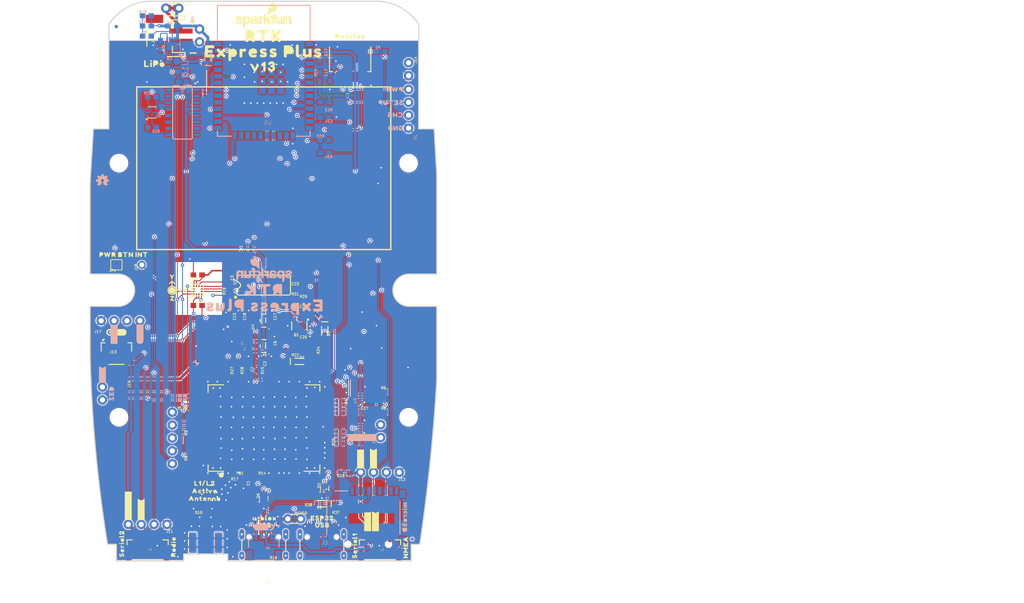
<source format=kicad_pcb>
(kicad_pcb (version 20221018) (generator pcbnew)
  (layers (0 "F.Cu" signal) (1 "In1.Cu" signal) (2 "In2.Cu" signal) (31 "B.Cu" signal) (34 "B.Paste" user) (35 "F.Paste" user) (36 "B.SilkS" user "B.Silkscreen") (37 "F.SilkS" user "F.Silkscreen") (38 "B.Mask" user) (39 "F.Mask" user) (44 "Edge.Cuts" user))
  (net 0 "")
  (net 1 "3.3V")
  (net 2 "GND")
  (net 3 "ESP_22/SCL")
  (net 4 "ESP_21/SDA")
  (net 5 "TXLV")
  (net 6 "RXLV")
  (net 7 "ZED_PPS_STAT")
  (net 8 "SDA_LV")
  (net 9 "SCL_LV")
  (net 10 "ZED_~{SAFE}")
  (net 11 "GPS_ANT1")
  (net 12 "N$11")
  (net 13 "N$12")
  (net 14 "ZED_RTK_STAT")
  (net 15 "ZED_FENCE_STAT")
  (net 16 "N$13")
  (net 17 "ANT_VCC")
  (net 18 "D+")
  (net 19 "D-")
  (net 20 "ZED-TXO2")
  (net 21 "ZED-RXI2")
  (net 22 "CC1")
  (net 23 "CC2")
  (net 24 "UNP_D+")
  (net 25 "UNP_D-")
  (net 26 "TX2_LV")
  (net 27 "RX2_LV")
  (net 28 "ZED_~{RESET}_LV")
  (net 29 "ESP_26/ZED_TX_READY_LV")
  (net 30 "CHG_LED")
  (net 31 "V_BATT")
  (net 32 "ESP32_RXI")
  (net 33 "ESP_0/BOOT")
  (net 34 "ESP32_EN")
  (net 35 "ESP32_TXO")
  (net 36 "ESP_14/SETUP_BUTTON")
  (net 37 "ESP_25/SD_~{CS}")
  (net 38 "ESP_18/SCK")
  (net 39 "ESP32_~{DTR}")
  (net 40 "ESP32_~{RTS}")
  (net 41 "N$24")
  (net 42 "N$25")
  (net 43 "CC3")
  (net 44 "CC4")
  (net 45 "D-1")
  (net 46 "D+1")
  (net 47 "N$32")
  (net 48 "ESP_19/POCI")
  (net 49 "ESP_23/PICO")
  (net 50 "ESP_I34/ZED_TX_READY")
  (net 51 "N$4")
  (net 52 "CHG_LED_RES")
  (net 53 "ESP_D1+")
  (net 54 "ESP_D1-")
  (net 55 "PROG1")
  (net 56 "CHG_THERM1")
  (net 57 "LIPO_RAW")
  (net 58 "N$5")
  (net 59 "ZED_D_SEL_LV")
  (net 60 "ZED_D_SEL")
  (net 61 "EXTERNAL_DATA_OUT")
  (net 62 "EXTERNAL_DATA_IN")
  (net 63 "ESP_26/DAC2")
  (net 64 "ESP_4/MUX_B")
  (net 65 "ESP_2/MUX_A")
  (net 66 "ESP_I39/ADC39")
  (net 67 "ESP_I16/ZED-TXO1")
  (net 68 "ESP_O17/ZED-RXI1")
  (net 69 "ZED_EXTINT")
  (net 70 "N$6")
  (net 71 "ESP_13/POWER_CTRL")
  (net 72 "ESP_27/FAST_OFF")
  (net 73 "ZED_~{RESET}")
  (net 74 "EXTINT_LV")
  (net 75 "N$15")
  (net 76 "POWER_BTN")
  (net 77 "V_USB")
  (net 78 "V_RAW")
  (net 79 "VOUT")
  (net 80 "ESP_4/ACCEL_INT")
  (net 81 "ESP_5")
  (net 82 "ESP_12")
  (net 83 "ESP_15")
  (net 84 "ESP_I36")
  (net 85 "ESP_33")
  (net 86 "ESP_32")
  (net 87 "V_BKCP")
  (net 88 "ESP_I35/DEVICE_SENSE")
  (net 89 "EXT_WT")
  (net 90 "EXT_DIR")
  (net 91 "ZED_WT")
  (net 92 "ZED_DIR")
  (net 93 "PPS_LV")
  (net 94 "ZED_~{SAFE}_LV")
  (net 95 "RTK_STAT_LV")
  (net 96 "FENCE_LV")
  (net 97 "N$2")
  (net 98 "N$3")
  (footprint "working:USB1" (layer "F.Cu") (at 146.5326 153.0426)
    (fp_text reference "U$36" hide)
    (fp_text value "" hide)
  )
  (footprint "working:L1#L20" (layer "F.Cu") (at 136.9646 144.7986)
    (fp_text reference "U$6" hide)
    (fp_text value "" hide)
  )
  (footprint "working:#RX2#2" (layer "F.Cu") (at 126.9746 152.3756 90)
    (fp_text reference "U$39" hide)
    (fp_text value "" hide)
  )
  (footprint "working:1206_RA" (layer "F.Cu") (at 134.5646 133.7986 90)
    (fp_text reference "R3")
    (fp_text value "33")
  )
  (footprint "working:LIPO-1000" (layer "F.Cu") (at 148.5646 82.7986 90)
    (fp_text reference "BT1")
    (fp_text value "LIPO-OUTLINE1000")
  )
  (footprint "working:X0" (layer "F.Cu") (at 133.1646 106.7986)
    (fp_text reference "U$24" hide)
    (fp_text value "" hide)
  )
  (footprint "working:#GND#0" (layer "F.Cu") (at 129.5146 152.3756 90)
    (fp_text reference "U$38" hide)
    (fp_text value "" hide)
  )
  (footprint "working:V130" (layer "F.Cu") (at 148.5646 62.7986)
    (fp_text reference "U$1" hide)
    (fp_text value "" hide)
  )
  (footprint "working:0402" (layer "F.Cu") (at 136.5646 149.7986 180)
    (fp_text reference "D10")
    (fp_text value "PESD0402-0402")
  )
  (footprint "working:SOT23-5" (layer "F.Cu") (at 148.5646 117.7986 90)
    (fp_text reference "U2")
    (fp_text value "AP2112K-3.3")
  )
  (footprint "working:ORDERING_INSTRUCTIONS" (layer "F.Cu") (at 196.4846 78.8186)
    (fp_text reference "U$2" hide)
    (fp_text value "SPECIAL_INSTRUCTIONS-ORDERING" hide)
  )
  (footprint "working:0603" (layer "F.Cu") (at 163.5646 149.7986 180)
    (fp_text reference "R37")
    (fp_text value "5.1k")
  )
  (footprint "working:0603" (layer "F.Cu") (at 147.4216 143.5776)
    (fp_text reference "R14")
    (fp_text value "10")
  )
  (footprint "working:1X05_NO_SILK" (layer "F.Cu") (at 130.5646 130.7986 -90)
    (fp_text reference "J6")
    (fp_text value "")
  )
  (footprint "working:Z2" (layer "F.Cu") (at 130.4646 108.3986 180)
    (fp_text reference "U$56" hide)
    (fp_text value "" hide)
  )
  (footprint "working:SMA-EDGE" (layer "F.Cu") (at 137.1346 156.4716 180)
    (fp_text reference "E1" hide)
    (fp_text value "SMA" hide)
  )
  (footprint "working:1X04_NO_SILK" (layer "F.Cu") (at 116.5646 112.7986)
    (fp_text reference "J17")
    (fp_text value "Qwiic Right Angle" hide)
  )
  (footprint "working:#3#5#5V#0" (layer "F.Cu") (at 121.8946 152.3756 90)
    (fp_text reference "U$23" hide)
    (fp_text value "" hide)
  )
  (footprint "working:1X04_NO_SILK" (layer "F.Cu") (at 175.2346 142.6286 180)
    (fp_text reference "J12")
    (fp_text value "")
  )
  (footprint "working:ESP320" (layer "F.Cu") (at 157.0736 151.6456)
    (fp_text reference "U$67" hide)
    (fp_text value "" hide)
  )
  (footprint "working:SIP6" (layer "F.Cu") (at 167.5646 127.7986 90)
    (fp_text reference "U9")
    (fp_text value "NC7SZ14-D")
  )
  (footprint "working:0603" (layer "F.Cu") (at 145.5646 112.7986 90)
    (fp_text reference "C18")
    (fp_text value "1.0uF")
  )
  (footprint "working:0603" (layer "F.Cu") (at 156.5646 149.7986)
    (fp_text reference "R38")
    (fp_text value "5.1k")
  )
  (footprint "working:SERIAL20" (layer "F.Cu") (at 120.6246 159.9956 90)
    (fp_text reference "U$43" hide)
    (fp_text value "" hide)
  )
  (footprint "working:0603" (layer "F.Cu") (at 151.5646 117.7986 90)
    (fp_text reference "C6")
    (fp_text value "1.0uF")
  )
  (footprint "working:JST-4-SMD-1.25MM-LOCKING" (layer "F.Cu") (at 171.4246 158.8846)
    (fp_text reference "J2")
    (fp_text value "")
  )
  (footprint "working:#RX1#2" (layer "F.Cu") (at 172.0596 154.5666 90)
    (fp_text reference "U$45" hide)
    (fp_text value "" hide)
  )
  (footprint "working:ACTIVE1" (layer "F.Cu") (at 136.9646 146.2986)
    (fp_text reference "U$13" hide)
    (fp_text value "" hide)
  )
  (footprint "working:JST-4-SMD-1.25MM-LOCKING" (layer "F.Cu") (at 125.7046 158.8846)
    (fp_text reference "J9")
    (fp_text value "")
  )
  (footprint "working:0603" (layer "F.Cu") (at 141.5646 107.7986 90)
    (fp_text reference "R19")
    (fp_text value "1k")
  )
  (footprint "working:0603" (layer "F.Cu") (at 155.5646 106.7986 180)
    (fp_text reference "R31")
    (fp_text value "10k")
  )
  (footprint "working:#TX1#1" (layer "F.Cu") (at 170.1546 142.2156 90)
    (fp_text reference "U$65" hide)
    (fp_text value "" hide)
  )
  (footprint "working:SOT26" (layer "F.Cu") (at 155.5646 113.7986 180)
    (fp_text reference "Q1")
    (fp_text value "SIL2308-TP")
  )
  (footprint "working:1X04_NO_SILK" (layer "F.Cu") (at 129.5146 152.8836 180)
    (fp_text reference "J11")
    (fp_text value "")
  )
  (footprint "working:1X02_NO_SILK" (layer "F.Cu") (at 171.5646 135.7986 90)
    (fp_text reference "J1")
    (fp_text value "")
  )
  (footprint "working:1206_RA" (layer "F.Cu") (at 134.5646 138.7986 90)
    (fp_text reference "R9")
    (fp_text value "33")
  )
  (footprint "working:USB-C-16P_4LAYER-PADS" (layer "F.Cu") (at 159.9946 153.9316)
    (fp_text reference "J3")
    (fp_text value "USB Female Type C Connector" hide)
  )
  (footprint "working:FIDUCIAL-MICRO" (layer "F.Cu") (at 177.7746 155.7886)
    (fp_text reference "JP21" hide)
    (fp_text value "FIDUCIALUFIDUCIAL" hide)
  )
  (footprint "working:JST04_1MM_RA" (layer "F.Cu") (at 119.5646 116.7986)
    (fp_text reference "J13")
    (fp_text value "Internal")
  )
  (footprint "working:JST-2-SMD" (layer "F.Cu") (at 128.5646 56.7986 90)
    (fp_text reference "J8")
    (fp_text value "")
  )
  (footprint "working:#TX2#1" (layer "F.Cu") (at 124.4346 152.3756 90)
    (fp_text reference "U$40" hide)
    (fp_text value "" hide)
  )
  (footprint "working:0402" (layer "F.Cu") (at 144.7546 144.2126 -90)
    (fp_text reference "C1")
    (fp_text value "47pF")
  )
  (footprint "working:0603" (layer "F.Cu") (at 144.5646 149.7986)
    (fp_text reference "R17")
    (fp_text value "5.1k")
  )
  (footprint "working:QWIIC_4MM" (layer "F.Cu") (at 119.5646 115.0986)
    (fp_text reference "U$93" hide)
    (fp_text value "" hide)
  )
  (footprint "working:0603" (layer "F.Cu") (at 141.5646 103.7986 -90)
    (fp_text reference "C3")
    (fp_text value "0.1uF")
  )
  (footprint "working:0603" (layer "F.Cu") (at 155.5646 108.7986)
    (fp_text reference "R26")
    (fp_text value "100k")
  )
  (footprint "working:#TX1#1" (layer "F.Cu") (at 170.5356 154.5666 90)
    (fp_text reference "U$46" hide)
    (fp_text value "" hide)
  )
  (footprint "working:SOT886" (layer "F.Cu") (at 160.5646 145.7986 90)
    (fp_text reference "D2")
    (fp_text value "PRTR5V0U2F")
  )
  (footprint "working:#RX1#2" (layer "F.Cu") (at 172.6946 142.2156 90)
    (fp_text reference "U$68" hide)
    (fp_text value "" hide)
  )
  (footprint "working:SO16" (layer "F.Cu") (at 148.5646 105.7986)
    (fp_text reference "U1")
    (fp_text value "74HC4052D")
  )
  (footprint "working:ANTENNA2" (layer "F.Cu") (at 136.9646 147.7986)
    (fp_text reference "U$15" hide)
    (fp_text value "" hide)
  )
  (footprint "working:SFE_LOGO_NAME_FLAME_.1" (layer "F.Cu") (at 148.5646 53.7986)
    (fp_text reference "LOGO3" hide)
    (fp_text value "SFE_LOGO_NAME_FLAME.1_INCH" hide)
  )
  (footprint "working:LIPO0" (layer "F.Cu") (at 127.1016 62.2216)
    (fp_text reference "U$27" hide)
    (fp_text value "" hide)
  )
  (footprint "working:COMBO-JUMPER_2_NC_TRACE" (layer "F.Cu") (at 154.5646 151.7986)
    (fp_text reference "MEAS0")
    (fp_text value "JUMPER-COMBO_2_NC_TRACE")
  )
  (footprint "working:1X02_NO_SILK" (layer "F.Cu") (at 177.0646 62.0386 -90)
    (fp_text reference "J14")
    (fp_text value "")
  )
  (footprint "working:0603" (layer "F.Cu") (at 143.5646 117.7986 -90)
    (fp_text reference "C5")
    (fp_text value "0.1uF")
  )
  (footprint "working:LGA-12-LISDH12" (layer "F.Cu") (at 135.5646 106.7986 90)
    (fp_text reference "U13")
    (fp_text value "LIS2DH12")
  )
  (footprint "working:DFN-8" (layer "F.Cu") (at 140.5646 112.7986 90)
    (fp_text reference "U7")
    (fp_text value "MAX17048")
  )
  (footprint "working:0402-TIGHT" (layer "F.Cu") (at 143.1036 143.5776)
    (fp_text reference "FB1")
    (fp_text value "2.66Ω" hide)
  )
  (footprint "working:RADIO0" (layer "F.Cu") (at 130.7846 159.9956 90)
    (fp_text reference "U$50" hide)
    (fp_text value "" hide)
  )
  (footprint "working:SIP6" (layer "F.Cu") (at 167.5646 133.7986 90)
    (fp_text reference "U8")
    (fp_text value "NC7SZ14-D")
  )
  (footprint "working:SERIAL10" (layer "F.Cu") (at 166.4716 160.2496 90)
    (fp_text reference "U$29" hide)
    (fp_text value "" hide)
  )
  (footprint "working:COMBO-JUMPER_2_NC_TRACE" (layer "F.Cu") (at 130.5646 51.2986)
    (fp_text reference "MEAS1")
    (fp_text value "JUMPER-COMBO_2_NC_TRACE")
  )
  (footprint "working:0603" (layer "F.Cu") (at 167.5646 136.7986)
    (fp_text reference "C29")
    (fp_text value "0.1uF")
  )
  (footprint "working:1X02_NO_SILK" (layer "F.Cu") (at 116.8146 125.8486 -90)
    (fp_text reference "J15")
    (fp_text value "")
  )
  (footprint "working:Y1" (layer "F.Cu") (at 130.5646 104.1986)
    (fp_text reference "U$55" hide)
    (fp_text value "" hide)
  )
  (footprint "working:0603" (layer "F.Cu") (at 135.5646 103.7986 180)
    (fp_text reference "C28")
    (fp_text value "0.1uF")
  )
  (footprint "working:0603" (layer "F.Cu") (at 141.5646 121.7986 -90)
    (fp_text reference "R27")
    (fp_text value "27")
  )
  (footprint "working:SOT23-5" (layer "F.Cu") (at 148.5646 112.7986 90)
    (fp_text reference "U4")
    (fp_text value "STLQ015-3.3V" hide)
  )
  (footprint "working:0603" (layer "F.Cu") (at 152.5646 149.7986 180)
    (fp_text reference "R16")
    (fp_text value "5.1k")
  )
  (footprint "working:0603" (layer "F.Cu") (at 158.5646 117.7986 -90)
    (fp_text reference "R24")
    (fp_text value "300k")
  )
  (footprint "working:0603" (layer "F.Cu") (at 171.5646 126.7986)
    (fp_text reference "R6")
    (fp_text value "10k")
  )
  (footprint "working:SOD-323" (layer "F.Cu") (at 160.0646 148.7986 180)
    (fp_text reference "D9")
    (fp_text value "3A/10V/280mV")
  )
  (footprint "working:USB1" (layer "F.Cu") (at 157.9626 153.0426)
    (fp_text reference "U$66" hide)
    (fp_text value "" hide)
  )
  (footprint "working:1206_RA" (layer "F.Cu") (at 163.5646 129.7986 -90)
    (fp_text reference "R4")
    (fp_text value "33")
  )
  (footprint "working:0603" (layer "F.Cu") (at 155.5646 110.7986)
    (fp_text reference "C22")
    (fp_text value "0.1uF")
  )
  (footprint "working:1553DBK-ENCLOSURE" (layer "F.Cu") (at 148.5646 106.7986 90)
    (fp_text reference "U$26" hide)
    (fp_text value "" hide)
  )
  (footprint "working:0603" (layer "F.Cu") (at 143.5646 112.7986 90)
    (fp_text reference "C15")
    (fp_text value "0.1uF")
  )
  (footprint "working:0603" (layer "F.Cu") (at 143.5646 121.7986 -90)
    (fp_text reference "R28")
    (fp_text value "27")
  )
  (footprint "working:FPC_6_1MM-LIF" (layer "F.Cu") (at 165.5646 61.7986 180)
    (fp_text reference "J19" hide)
    (fp_text value "" hide)
  )
  (footprint "working:EXPRESS_PLUS0" (layer "F.Cu") (at 148.5646 59.7986)
    (fp_text reference "U$22" hide)
    (fp_text value "" hide)
  )
  (footprint "working:USB-C-16P_4LAYER-PADS" (layer "F.Cu") (at 148.5646 153.9316)
    (fp_text reference "J5")
    (fp_text value "USB Female Type C Connector" hide)
  )
  (footprint "working:INT0" (layer "F.Cu") (at 124.5646 99.7986)
    (fp_text reference "U$4" hide)
    (fp_text value "" hide)
  )
  (footprint "working:0603" (layer "F.Cu") (at 155.5646 104.7986 180)
    (fp_text reference "C23")
    (fp_text value "0.1uF")
  )
  (footprint "working:0603" (layer "F.Cu") (at 149.5646 121.7986 90)
    (fp_text reference "C2")
    (fp_text value "1.0uF")
  )
  (footprint "working:#3V3#0" (layer "F.Cu") (at 167.6146 142.2156 90)
    (fp_text reference "U$5" hide)
    (fp_text value "" hide)
  )
  (footprint "working:1X01_NO_SILK" (layer "F.Cu") (at 124.5646 101.7986 90)
    (fp_text reference "J18")
    (fp_text value "")
  )
  (footprint "working:0603" (layer "F.Cu") (at 145.5646 121.7986 -90)
    (fp_text reference "C7")
    (fp_text value "0.1uF")
  )
  (footprint "working:U#BLOX0" (layer "F.Cu") (at 145.6436 151.6456)
    (fp_text reference "U$35" hide)
    (fp_text value "" hide)
  )
  (footprint "working:0603" (layer "F.Cu") (at 155.5646 116.7986)
    (fp_text reference "C20")
    (fp_text value "10uF")
  )
  (footprint "working:0603" (layer "F.Cu") (at 164.5646 142.7986 180)
    (fp_text reference "C16")
    (fp_text value "0.1uF")
  )
  (footprint "working:0603" (layer "F.Cu") (at 135.5646 109.7986)
    (fp_text reference "C19")
    (fp_text value "10uF")
  )
  (footprint "working:UBLOX_ZED_F9R" (layer "F.Cu") (at 148.5646 133.7986)
    (fp_text reference "U11")
    (fp_text value "U-BLOX_ZED_F9R")
  )
  (footprint "working:PWR_BTN1" (layer "F.Cu") (at 119.5646 99.7986)
    (fp_text reference "U$9" hide)
    (fp_text value "" hide)
  )
  (footprint "working:0603" (layer "F.Cu") (at 147.5646 121.7986 -90)
    (fp_text reference "R15")
    (fp_text value "100k")
  )
  (footprint "working:SOD-323" (layer "F.Cu") (at 155.5646 120.7986)
    (fp_text reference "D1")
    (fp_text value "250mA/100V")
  )
  (footprint "working:OVERLAY0" (layer "F.Cu") (at 165.5646 56.7986)
    (fp_text reference "U$8" hide)
    (fp_text value "" hide)
  )
  (footprint "working:DUMMY" (layer "F.Cu") (at 111.0246 167.4186)
    (fp_text reference "FRAME3" hide)
    (fp_text value "FRAME-LEDGERNO_FOOTPRINT" hide)
  )
  (footprint "working:NMEA1" (layer "F.Cu") (at 176.5046 160.2496 90)
    (fp_text reference "U$49" hide)
    (fp_text value "" hide)
  )
  (footprint "working:0603" (layer "F.Cu") (at 167.5646 130.7986)
    (fp_text reference "C27")
    (fp_text value "0.1uF")
  )
  (footprint "working:#GND#0" (layer "F.Cu") (at 173.5836 154.5666 90)
    (fp_text reference "U$48" hide)
    (fp_text value "" hide)
  )
  (footprint "working:#GND#0" (layer "F.Cu") (at 175.2346 142.2156 90)
    (fp_text reference "U$82" hide)
    (fp_text value "" hide)
  )
  (footprint "working:0603" (layer "F.Cu") (at 155.5646 118.7986 180)
    (fp_text reference "R22")
    (fp_text value "100k")
  )
  (footprint "working:#3V3#0" (layer "F.Cu") (at 169.0116 154.5666 90)
    (fp_text reference "U$47" hide)
    (fp_text value "" hide)
  )
  (footprint "working:0603" (layer "F.Cu") (at 171.5646 130.7986)
    (fp_text reference "R8")
    (fp_text value "10k")
  )
  (footprint "working:FIDUCIAL-MICRO" (layer "F.Cu") (at 119.5346 54.9086)
    (fp_text reference "JP61" hide)
    (fp_text value "FIDUCIALUFIDUCIAL" hide)
  )
  (footprint "working:1206_RA" (layer "F.Cu") (at 134.5646 128.7986 90)
    (fp_text reference "R2")
    (fp_text value "33")
  )
  (footprint "working:SOT886" (layer "F.Cu") (at 148.5646 147.7986 90)
    (fp_text reference "D6")
    (fp_text value "PRTR5V0U2F")
  )
  (footprint "working:SMT-JUMPER_2_NO_SILK" (layer "F.Cu") (at 119.5646 101.7986 180)
    (fp_text reference "JP1")
    (fp_text value "JUMPER-SMT_2_NO_SILK")
  )
  (footprint "working:0603" (layer "F.Cu") (at 145.5646 117.7986 90)
    (fp_text reference "C4")
    (fp_text value "1.0uF")
  )
  (footprint "working:0603" (layer "F.Cu") (at 151.5646 112.7986 90)
    (fp_text reference "C17")
    (fp_text value "1.0uF")
  )
  (footprint "working:1206_RA" (layer "F.Cu") (at 163.5646 135.7986 90)
    (fp_text reference "R25")
    (fp_text value "33")
  )
  (footprint "working:SOD-323" (layer "F.Cu") (at 160.5646 114.7986 -90)
    (fp_text reference "D3")
    (fp_text value "3A/10V/280mV")
  )
  (footprint "working:CREATIVE_COMMONS" (layer "F.Cu") (at 206.0746 153.4486)
    (fp_text reference "FRAME2" hide)
    (fp_text value "FRAME-LEDGER" hide)
  )
  (footprint "working:RTK0" (layer "F.Cu") (at 148.5646 56.7986)
    (fp_text reference "U$74" hide)
    (fp_text value "" hide)
  )
  (footprint "working:0603" (layer "B.Cu") (at 159.5646 64.7986 -90)
    (fp_text reference "R20")
    (fp_text value "100k")
  )
  (footprint "working:#3V3#2" (layer "B.Cu") (at 119.1046 115.4986 90)
    (fp_text reference "U$85" hide)
    (fp_text value "" hide)
  )
  (footprint "working:SOD-323" (layer "B.Cu") (at 137.5646 60.7986 90)
    (fp_text reference "D7")
    (fp_text value "3A/10V/280mV")
  )
  (footprint "working:#TX#1" (layer "B.Cu") (at 116.8146 121.7846 -90)
    (fp_text reference "U$72" hide)
    (fp_text value "" hide)
  )
  (footprint "working:MICROSD0" (layer "B.Cu") (at 176.3026 147.8606 -90)
    (fp_text reference "U$83" hide)
    (fp_text value "" hide)
  )
  (footprint "working:0603" (layer "B.Cu") (at 161.5646 60.7986 -90)
    (fp_text reference "C10")
    (fp_text value "10uF")
  )
  (footprint "working:SFE_LOGO_NAME_FLAME_.1" (layer "B.Cu") (at 148.5646 103.7986 180)
    (fp_text reference "LOGO2" hide)
    (fp_text value "SFE_LOGO_NAME_FLAME.1_INCH" hide)
  )
  (footprint "working:1X02_NO_SILK" (layer "B.Cu") (at 135.9166 55.4046 -90)
    (fp_text reference "J10")
    (fp_text value "")
  )
  (footprint "working:SETUP1" (layer "B.Cu") (at 173.4646 69.8986 180)
    (fp_text reference "U$42" hide)
    (fp_text value "" hide)
  )
  (footprint "working:##SAFE##5" (layer "B.Cu") (at 130.0646 138.3986 180)
    (fp_text reference "U$17" hide)
    (fp_text value "" hide)
  )
  (footprint "working:#RTK#1" (layer "B.Cu") (at 171.0956 133.2556 180)
    (fp_text reference "U$10" hide)
    (fp_text value "" hide)
  )
  (footprint "working:JST04_1MM_RA" (layer "B.Cu") (at 148.5646 155.3286 180)
    (fp_text reference "J4")
    (fp_text value "Qwiic Right Angle" hide)
  )
  (footprint "working:#PPS#0" (layer "B.Cu") (at 130.0646 140.9986 180)
    (fp_text reference "U$11" hide)
    (fp_text value "" hide)
  )
  (footprint "working:ZED0" (layer "B.Cu") (at 118.5926 129.2776 90)
    (fp_text reference "U$16" hide)
    (fp_text value "" hide)
  )
  (footprint "working:0603" (layer "B.Cu") (at 160.5646 69.7986)
    (fp_text reference "R13")
    (fp_text value "100k")
  )
  (footprint "working:CHG2" (layer "B.Cu") (at 174.3646 72.2986 180)
    (fp_text reference "U$33" hide)
    (fp_text value "" hide)
  )
  (footprint "working:SO016" (layer "B.Cu") (at 132.5646 71.7986 -90)
    (fp_text reference "U6")
    (fp_text value "CH340C")
  )
  (footprint "working:#GND#2" (layer "B.Cu") (at 116.5046 115.4986 90)
    (fp_text reference "U$70" hide)
    (fp_text value "" hide)
  )
  (footprint "working:#SCL#1" (layer "B.Cu") (at 124.2046 115.2986 90)
    (fp_text reference "U$86" hide)
    (fp_text value "" hide)
  )
  (footprint "working:GND3" (layer "B.Cu") (at 174.4646 74.8986 180)
    (fp_text reference "U$34" hide)
    (fp_text value "" hide)
  )
  (footprint "working:0603" (layer "B.Cu") (at 130.5646 61.7986 180)
    (fp_text reference "C9")
    (fp_text value "4.7uF")
  )
  (footprint "working:#SDA#0" (layer "B.Cu") (at 121.6046 115.4986 90)
    (fp_text reference "U$87" hide)
    (fp_text value "" hide)
  )
  (footprint "working:0603" (layer "B.Cu") (at 160.5646 72.7986)
    (fp_text reference "C21")
    (fp_text value "0.1uF")
  )
  (footprint "working:MICROSD-EXTERNALPIN" (layer "B.Cu") (at 168.1646 156.7986 180)
    (fp_text reference "J16")
    (fp_text value "MICRO-SD-PUSH-PUSH-EXT-PIN")
  )
  (footprint "working:0603" (layer "B.Cu") (at 126.5646 68.7986 180)
    (fp_text reference "R29")
    (fp_text value "10k")
  )
  (footprint "working:ESP-WROOM-32D" (layer "B.Cu") (at 148.5646 64.7986 90)
    (fp_text reference "U5")
    (fp_text value "ESP-WROOM-3232D")
  )
  (footprint "working:1X04_NO_SILK" (layer "B.Cu") (at 177.0646 74.8986 90)
    (fp_text reference "J7")
    (fp_text value "")
  )
  (footprint "working:0603" (layer "B.Cu") (at 132.5646 63.7986)
    (fp_text reference "C13")
    (fp_text value "0.1uF")
  )
  (footprint "working:0603" (layer "B.Cu") (at 160.5546 79.7886)
    (fp_text reference "R34")
    (fp_text value "3.3k")
  )
  (footprint "working:0603" (layer "B.Cu") (at 125.5646 56.7986 180)
    (fp_text reference "R5")
    (fp_text value "0")
  )
  (footprint "working:0603" (layer "B.Cu") (at 126.5646 74.7986)
    (fp_text reference "R23")
    (fp_text value "10k")
  )
  (footprint "working:0603" (layer "B.Cu") (at 159.5646 60.7986 -90)
    (fp_text reference "C11")
    (fp_text value "0.1uF")
  )
  (footprint "working:QWIIC_4MM" (layer "B.Cu") (at 148.5646 153.4236 180)
    (fp_text reference "U$30" hide)
    (fp_text value "" hide)
  )
  (footprint "working:0603" (layer "B.Cu") (at 125.5646 52.7986 180)
    (fp_text reference "R18")
    (fp_text value "10k")
  )
  (footprint "working:0603" (layer "B.Cu") (at 130.5646 54.7986 180)
    (fp_text reference "C8")
    (fp_text value "4.7uF")
  )
  (footprint "working:#ESP_RST#0" (layer "B.Cu") (at 176.5046 62.0946 180)
    (fp_text reference "U$60" hide)
    (fp_text value "" hide)
  )
  (footprint "working:DFN-10" (layer "B.Cu") (at 130.5646 58.7986 90)
    (fp_text reference "U10")
    (fp_text value "MCP73833")
  )
  (footprint "working:##RST##4" (layer "B.Cu") (at 130.1646 135.7986 180)
    (fp_text reference "U$28" hide)
    (fp_text value "" hide)
  )
  (footprint "working:EXPRESS_PLUS0" (layer "B.Cu") (at 148.5646 109.7986 180)
    (fp_text reference "U$12" hide)
    (fp_text value "" hide)
  )
  (footprint "working:PWR0" (layer "B.Cu") (at 174.2646 67.2986 180)
    (fp_text reference "U$41" hide)
    (fp_text value "" hide)
  )
  (footprint "working:FIDUCIAL-MICRO" (layer "B.Cu") (at 119.5346 54.9086 180)
    (fp_text reference "JP81" hide)
    (fp_text value "FIDUCIALUFIDUCIAL" hide)
  )
  (footprint "working:0603" (layer "B.Cu") (at 171.5646 59.7986 180)
    (fp_text reference "R1")
    (fp_text value "470")
  )
  (footprint "working:#GND#1" (layer "B.Cu") (at 176.5046 64.6346 180)
    (fp_text reference "U$84" hide)
    (fp_text value "" hide)
  )
  (footprint "working:0603" (layer "B.Cu") (at 128.2446 58.5386 90)
    (fp_text reference "R7")
    (fp_text value "1k")
  )
  (footprint "working:#D_SEL#0" (layer "B.Cu") (at 126.9646 133.3986 180)
    (fp_text reference "U$88" hide)
    (fp_text value "" hide)
  )
  (footprint "working:OSHW-LOGO-MINI" (layer "B.Cu") (at 116.8146 85.2086 180)
    (fp_text reference "LOGO1" hide)
    (fp_text value "OSHW-LOGOMINI" hide)
  )
  (footprint "working:#FENCE#3" (layer "B.Cu") (at 171.0956 135.7956 180)
    (fp_text reference "U$32" hide)
    (fp_text value "" hide)
  )
  (footprint "working:0603" (layer "B.Cu") (at 132.5646 65.7986)
    (fp_text reference "C14")
    (fp_text value "10uF")
  )
  (footprint "working:#RX#2" (layer "B.Cu") (at 116.8146 128.8966 -90)
    (fp_text reference "U$14" hide)
    (fp_text value "" hide)
  )
  (footprint "working:0603" (layer "B.Cu") (at 161.5646 64.7986 -90)
    (fp_text reference "C12")
    (fp_text value "0.1uF")
  )
  (footprint "working:RTK0" (layer "B.Cu") (at 148.5646 106.7986 180)
    (fp_text reference "U$7" hide)
    (fp_text value "" hide)
  )
  (footprint "working:#TX_RDY#0" (layer "B.Cu") (at 126.1646 130.7986 180)
    (fp_text reference "U$3" hide)
    (fp_text value "" hide)
  )
  (footprint "working:FIDUCIAL-MICRO" (layer "B.Cu") (at 177.7746 155.7886 180)
    (fp_text reference "JP71" hide)
    (fp_text value "FIDUCIALUFIDUCIAL" hide)
  )
  (footprint "working:SC70-6" (layer "B.Cu") (at 126.5646 71.7986 90)
    (fp_text reference "Q2")
    (fp_text value "MBT3904DW1T1")
  )
  (footprint "working:0603" (layer "B.Cu") (at 160.5546 77.2486 180)
    (fp_text reference "R33")
    (fp_text value "10k")
  )
  (footprint "working:0603" (layer "B.Cu") (at 125.5646 54.7986 180)
    (fp_text reference "R30")
    (fp_text value "150k")
  )
  (gr_line (start 123.5646 66.7986) (end 173.5646 66.7986) (stroke (width 0.254)) (layer "F.SilkS"))
  (gr_line (start 130.5066 104.9926) (end 129.9986 105.5006) (stroke (width 0.2032)) (layer "F.SilkS"))
  (gr_arc (start 130.5066 106.8326) (mid 130.505151 105.9126) (end 130.5066 104.9926) (stroke (width 0.2032)) (layer "F.SilkS"))
  (gr_line (start 130.4066 106.8326) (end 132.3466 106.8326) (stroke (width 0.2032)) (layer "F.SilkS"))
  (gr_circle (center 130.5336 106.8326) (end 131.336815 106.8326) (stroke (width 0.2032)) (fill none) (layer "F.SilkS"))
  (gr_line (start 173.5646 66.7986) (end 173.5646 98.7986) (stroke (width 0.254)) (layer "F.SilkS"))
  (gr_line (start 130.5066 104.9926) (end 131.0146 105.5006) (stroke (width 0.2032)) (layer "F.SilkS"))
  (gr_line (start 132.3466 106.8326) (end 131.8386 107.3406) (stroke (width 0.2032)) (layer "F.SilkS"))
  (gr_line (start 123.5646 98.7986) (end 123.5646 66.7986) (stroke (width 0.254)) (layer "F.SilkS"))
  (gr_circle (center 130.5336 106.8326) (end 130.6606 106.8326) (stroke (width 0.508)) (fill none) (layer "F.SilkS"))
  (gr_line (start 132.3466 106.8326) (end 131.8386 106.3246) (stroke (width 0.2032)) (layer "F.SilkS"))
  (gr_line (start 173.5646 98.7986) (end 123.5646 98.7986) (stroke (width 0.254)) (layer "F.SilkS"))
  (gr_arc (start 117.8146 156.7986) (mid 115.485235 138.46038) (end 114.4016 120.0066) (stroke (width 0.2032)) (layer "Edge.Cuts"))
  (gr_line (start 115.0366 75.0486) (end 118.0846 75.0486) (stroke (width 0.2032)) (layer "Edge.Cuts"))
  (gr_line (start 125.7554 49.9336) (end 171.3738 49.9336) (stroke (width 0.2032)) (layer "Edge.Cuts"))
  (gr_line (start 182.6006 103.6236) (end 182.6006 83.9386) (stroke (width 0.2032)) (layer "Edge.Cuts"))
  (gr_line (start 114.4016 109.9736) (end 119.9896 109.9736) (stroke (width 0.2032)) (layer "Edge.Cuts"))
  (gr_line (start 182.6006 109.9736) (end 177.1396 109.9736) (stroke (width 0.2032)) (layer "Edge.Cuts"))
  (gr_line (start 132.7876 158.7146) (end 132.7876 160.0736) (stroke (width 0.2032)) (layer "Edge.Cuts"))
  (gr_line (start 141.4876 160.0736) (end 177.5646 160.0736) (stroke (width 0.2032)) (layer "Edge.Cuts"))
  (gr_line (start 182.6006 109.9736) (end 182.6006 124.5786) (stroke (width 0.2032)) (layer "Edge.Cuts"))
  (gr_line (start 118.0846 75.0486) (end 118.0846 54.4746) (stroke (width 0.2032)) (layer "Edge.Cuts"))
  (gr_line (start 114.4016 103.6236) (end 119.9896 103.6236) (stroke (width 0.2032)) (layer "Edge.Cuts"))
  (gr_line (start 119.5646 160.0736) (end 132.7876 160.0736) (stroke (width 0.2032)) (layer "Edge.Cuts"))
  (gr_line (start 177.5646 156.7986) (end 179.2646 156.7986) (stroke (width 0.2032)) (layer "Edge.Cuts"))
  (gr_arc (start 118.0846 54.4746) (mid 121.391581 51.311478) (end 125.7554 49.933601) (stroke (width 0.2032)) (layer "Edge.Cuts"))
  (gr_line (start 119.5646 156.7986) (end 117.8146 156.7986) (stroke (width 0.2032)) (layer "Edge.Cuts"))
  (gr_line (start 119.5646 160.0736) (end 119.5646 156.7986) (stroke (width 0.2032)) (layer "Edge.Cuts"))
  (gr_arc (start 171.373799 49.9336) (mid 175.737619 51.311478) (end 179.0446 54.4746) (stroke (width 0.2032)) (layer "Edge.Cuts"))
  (gr_arc (start 182.6006 124.5786) (mid 181.294798 140.726101) (end 179.2646 156.7986) (stroke (width 0.2032)) (layer "Edge.Cuts"))
  (gr_line (start 182.6006 103.6236) (end 177.1396 103.6236) (stroke (width 0.2032)) (layer "Edge.Cuts"))
  (gr_line (start 114.4016 85.3356) (end 114.4016 85.2086) (stroke (width 0.2032)) (layer "Edge.Cuts"))
  (gr_line (start 114.4016 120.0066) (end 114.4016 109.9736) (stroke (width 0.2032)) (layer "Edge.Cuts"))
  (gr_line (start 182.0926 75.0486) (end 179.0446 75.0486) (stroke (width 0.2032)) (layer "Edge.Cuts"))
  (gr_line (start 114.4016 103.6236) (end 114.4016 85.3356) (stroke (width 0.2032)) (layer "Edge.Cuts"))
  (gr_line (start 177.5646 160.0736) (end 177.5646 156.7986) (stroke (width 0.2032)) (layer "Edge.Cuts"))
  (gr_line (start 114.4016 85.3356) (end 115.0366 75.0486) (stroke (width 0.2032)) (layer "Edge.Cuts"))
  (gr_line (start 141.4876 158.7146) (end 132.7876 158.7146) (stroke (width 0.2032)) (layer "Edge.Cuts"))
  (gr_arc (start 119.9896 103.6236) (mid 123.1646 106.7986) (end 119.9896 109.9736) (stroke (width 0.2032)) (layer "Edge.Cuts"))
  (gr_arc (start 177.1396 109.9736) (mid 173.9646 106.7986) (end 177.1396 103.6236) (stroke (width 0.2032)) (layer "Edge.Cuts"))
  (gr_line (start 179.0446 75.0486) (end 179.0446 54.4746) (stroke (width 0.2032)) (layer "Edge.Cuts"))
  (gr_line (start 141.4876 160.0736) (end 141.4876 158.7146) (stroke (width 0.2032)) (layer "Edge.Cuts"))
  (gr_line (start 182.6006 83.9386) (end 182.0926 75.0486) (stroke (width 0.2032)) (layer "Edge.Cuts"))
  (gr_text "-" (at 134.6646 59.9986) (layer "F.SilkS") (effects (font (size 1.5113 1.5113) (thickness 0.2667))))
  (gr_text "+" (at 134.5646 53.7986) (layer "F.SilkS") (effects (font (size 1.5113 1.5113) (thickness 0.2667))))
  (segment (start 134.7146 111.3141) (end 134.7736 111.3731) (width 0.1778) (layer "F.Cu") (net 1))
  (segment (start 135.1546 108.3636) (end 134.7146 108.8036) (width 0.1778) (layer "F.Cu") (net 1))
  (segment (start 147.8146 118.7486) (end 148.5646 119.4986) (width 0.5588) (layer "F.Cu") (net 1))
  (segment (start 167.2326 129.3186) (end 167.5892 129.3186) (width 0.1778) (layer "F.Cu") (net 1))
  (segment (start 147.5646 122.6486) (end 145.5646 122.6486) (width 0.5588) (layer "F.Cu") (net 1))
  (segment (start 143.5646 118.6486) (end 145.5646 118.6486) (width 0.5588) (layer "F.Cu") (net 1))
  (segment (start 134.7146 109.7986) (end 134.7146 111.3141) (width 0.1778) (layer "F.Cu") (net 1))
  (segment (start 144.7526 126.4686) (end 144.7526 123.4606) (width 0.5588) (layer "F.Cu") (net 1))
  (segment (start 172.4146 129.2486) (end 172.4646 129.2986) (width 0.1778) (layer "F.Cu") (net 1))
  (segment (start 135.3146 107.5486) (end 135.3146 108.3306) (width 0.1778) (layer "F.Cu") (net 1))
  (segment (start 167.6146 148.3686) (end 167.6146 142.6286) (width 0.5588) (layer "F.Cu") (net 1))
  (segment (start 119.0646 116.7986) (end 119.0646 112.8386) (width 0.5588) (layer "F.Cu") (net 1))
  (segment (start 137.5576 103.8016) (end 137.5546 103.7986) (width 0.1778) (layer "F.Cu") (net 1))
  (segment (start 144.7526 123.4606) (end 145.5646 122.6486) (width 0.5588) (layer "F.Cu") (net 1))
  (segment (start 141.6146 102.9986) (end 141.5646 102.9486) (width 0.3048) (layer "F.Cu") (net 1))
  (segment (start 135.3146 104.9676) (end 135.2816 104.9346) (width 0.1778) (layer "F.Cu") (net 1))
  (segment (start 135.3146 108.3306) (end 135.2816 108.3636) (width 0.1778) (layer "F.Cu") (net 1))
  (segment (start 137.6646 118.6486) (end 135.2656 121.0476) (width 0.5588) (layer "F.Cu") (net 1))
  (segment (start 134.8146 106.0486) (end 134.8146 105.0206) (width 0.1778) (layer "F.Cu") (net 1))
  (segment (start 144.1196 98.6986) (end 144.1196 102.9986) (width 0.3048) (layer "F.Cu") (net 1))
  (segment (start 135.9166 104.9346) (end 136.4146 104.4366) (width 0.1778) (layer "F.Cu") (net 1))
  (segment (start 166.7146 129.7626) (end 166.7146 130.7986) (width 0.1778) (layer "F.Cu") (net 1))
  (segment (start 165.5206 136.7986) (end 165.5076 136.8116) (width 0.1778) (layer "F.Cu") (net 1))
  (segment (start 166.7146 136.7986) (end 165.5206 136.7986) (width 0.1778) (layer "F.Cu") (net 1))
  (segment (start 135.2816 104.9346) (end 135.9166 104.9346) (width 0.1778) (layer "F.Cu") (net 1))
  (segment (start 144.1196 98.6986) (end 144.0696 98.6486) (width 0.3048) (layer "F.Cu") (net 1))
  (segment (start 167.1956 129.2816) (end 167.2326 129.3186) (width 0.1778) (layer "F.Cu") (net 1))
  (segment (start 167.1956 129.2816) (end 166.7146 129.7626) (width 0.1778) (layer "F.Cu") (net 1))
  (segment (start 120.7716 124.2386) (end 119.0646 122.5316) (width 0.5588) (layer "F.Cu") (net 1))
  (segment (start 148.557821 122.589822) (end 148.6166 122.6486) (width 0.5588) (layer "F.Cu") (net 1))
  (segment (start 149.2516 124.6196) (end 150.2526 124.6196) (width 0.5588) (layer "F.Cu") (net 1))
  (segment (start 141.5646 102.9486) (end 138.4106 102.9486) (width 0.3048) (layer "F.Cu") (net 1))
  (segment (start 137.5546 103.7986) (end 136.4146 103.7986) (width 0.3048) (layer "F.Cu") (net 1))
  (segment (start 135.2656 121.0476) (end 132.0746 124.2386) (width 0.5588) (layer "F.Cu") (net 1))
  (segment (start 148.5646 119.4986) (end 148.557821 119.505379) (width 0.5588) (layer "F.Cu") (net 1))
  (segment (start 132.0746 124.2386) (end 120.7716 124.2386) (width 0.5588) (layer "F.Cu") (net 1))
  (segment (start 144.1196 102.9986) (end 141.6146 102.9986) (width 0.3048) (layer "F.Cu") (net 1))
  (segment (start 147.2645 118.7486) (end 145.6646 118.7486) (width 0.5588) (layer "F.Cu") (net 1))
  (segment (start 148.6166 122.6486) (end 149.5646 122.6486) (width 0.5588) (layer "F.Cu") (net 1))
  (segment (start 150.2526 124.6196) (end 150.2526 123.3366) (width 0.5588) (layer "F.Cu") (net 1))
  (segment (start 138.4106 102.9486) (end 137.5576 103.8016) (width 0.3048) (layer "F.Cu") (net 1))
  (segment (start 167.6146 151.3916) (end 167.6146 148.3686) (width 0.5588) (layer "F.Cu") (net 1))
  (segment (start 149.1526 126.4686) (end 149.1526 124.7186) (width 0.5588) (layer "F.Cu") (net 1))
  (segment (start 134.7146 108.8036) (end 134.7146 109.7986) (width 0.1778) (layer "F.Cu") (net 1))
  (segment (start 136.4146 104.4366) (end 136.4146 103.7986) (width 0.1778) (layer "F.Cu") (net 1))
  (segment (start 167.1956 134.3066) (end 166.4187 134.3066) (width 0.1778) (layer "F.Cu") (net 1))
  (segment (start 150.2526 126.4686) (end 150.2526 124.6196) (width 0.5588) (layer "F.Cu") (net 1))
  (segment (start 147.2645 118.7486) (end 147.8146 118.7486) (width 0.5588) (layer "F.Cu") (net 1))
  (segment (start 134.8146 105.0206) (end 134.9006 104.9346) (width 0.1778) (layer "F.Cu") (net 1))
  (segment (start 135.8146 107.5486) (end 135.8146 108.25845) (width 0.1778) (layer "F.Cu") (net 1))
  (segment (start 119.0646 122.5316) (end 119.0646 116.7986) (width 0.5588) (layer "F.Cu") (net 1))
  (segment (start 167.4446 142.7986) (end 165.4146 142.7986) (width 0.5588) (layer "F.Cu") (net 1))
  (segment (start 147.5646 122.6486) (end 148.6166 122.6486) (width 0.5588) (layer "F.Cu") (net 1))
  (segment (start 169.5496 155.5846) (end 169.5496 153.3266) (width 0.5588) (layer "F.Cu") (net 1))
  (segment (start 169.5496 153.3266) (end 167.6146 151.3916) (width 0.5588) (layer "F.Cu") (net 1))
  (segment (start 150.2526 123.3366) (end 149.5646 122.6486) (width 0.5588) (layer "F.Cu") (net 1))
  (segment (start 169.5496 155.5846) (end 169.5496 156.9496) (width 0.5588) (layer "F.Cu") (net 1))
  (segment (start 134.9006 104.9346) (end 135.2816 104.9346) (width 0.1778) (layer "F.Cu") (net 1))
  (segment (start 135.2816 108.3636) (end 135.1546 108.3636) (width 0.1778) (layer "F.Cu") (net 1))
  (segment (start 135.70945 108.3636) (end 135.2816 108.3636) (width 0.1778) (layer "F.Cu") (net 1))
  (segment (start 135.3146 106.0486) (end 135.3146 104.9676) (width 0.1778) (layer "F.Cu") (net 1))
  (segment (start 135.8146 108.25845) (end 135.70945 108.3636) (width 0.1778) (layer "F.Cu") (net 1))
  (segment (start 143.5646 118.6486) (end 137.6646 118.6486) (width 0.5588) (layer "F.Cu") (net 1))
  (segment (start 167.1956 128.3066) (end 167.1956 129.2816) (width 0.1778) (layer "F.Cu") (net 1))
  (segment (start 169.5496 156.9496) (end 169.5196 156.9796) (width 0.5588) (layer "F.Cu") (net 1))
  (segment (start 172.4146 126.7986) (end 172.4146 129.2486) (width 0.1778) (layer "F.Cu") (net 1))
  (segment (start 172.4646 129.2986) (end 172.4146 129.3486) (width 0.1778) (layer "F.Cu") (net 1))
  (segment (start 167.4446 142.7986) (end 167.6146 142.6286) (width 0.5588) (layer "F.Cu") (net 1))
  (segment (start 148.557821 119.505379) (end 148.557821 122.589822) (width 0.5588) (layer "F.Cu") (net 1))
  (segment (start 119.0646 112.8386) (end 119.1046 112.7986) (width 0.5588) (layer "F.Cu") (net 1))
  (segment (start 166.4187 134.3066) (end 166.0156 133.9035) (width 0.1778) (layer "F.Cu") (net 1))
  (segment (start 149.1526 124.7186) (end 149.2516 124.6196) (width 0.5588) (layer "F.Cu") (net 1))
  (segment (start 172.4146 129.3486) (end 172.4146 130.7986) (width 0.1778) (layer "F.Cu") (net 1))
  (segment (start 145.6646 118.7486) (end 145.5646 118.6486) (width 0.5588) (layer "F.Cu") (net 1))
  (via (at 135.2656 121.0476) (size 0.6604) (drill 0.3048) (layers "F.Cu" "B.Cu") (net 1))
  (via (at 167.5892 123.6036) (size 0.6604) (drill 0.3048) (layers "F.Cu" "B.Cu") (net 1))
  (via (at 167.6146 148.3686) (size 0.6604) (drill 0.3048) (layers "F.Cu" "B.Cu") (net 1))
  (via (at 166.5986 83.3036) (size 0.6604) (drill 0.3048) (layers "F.Cu" "B.Cu") (net 1))
  (via (at 169.5196 156.9796) (size 0.6604) (drill 0.3048) (layers "F.Cu" "B.Cu") (net 1))
  (via (at 172.4646 129.2986) (size 0.6604) (drill 0.3048) (layers "F.Cu" "B.Cu") (net 1))
  (via (at 133.3246 83.4306) (size 0.6604) (drill 0.3048) (layers "F.Cu" "B.Cu") (net 1))
  (via (at 167.6346 121.0636) (size 0.6604) (drill 0.3048) (layers "F.Cu" "B.Cu") (net 1))
  (via (at 148.557821 119.505379) (size 0.6604) (drill 0.3048) (layers "F.Cu" "B.Cu") (net 1))
  (via (at 144.0696 98.6486) (size 0.6604) (drill 0.3048) (layers "F.Cu" "B.Cu") (net 1))
  (via (at 165.5076 136.8116) (size 0.6604) (drill 0.3048) (layers "F.Cu" "B.Cu") (net 1))
  (via (at 134.7736 111.3731) (size 0.6604) (drill 0.3048) (layers "F.Cu" "B.Cu") (net 1))
  (via (at 167.5892 129.3186) (size 0.6604) (drill 0.3048) (layers "F.Cu" "B.Cu") (net 1))
  (via (at 166.0156 133.9035) (size 0.6604) (drill 0.3048) (layers "F.Cu" "B.Cu") (net 1))
  (segment (start 166.5596 83.2646) (end 166.5596 79.7886) (width 0.5588) (layer "B.Cu") (net 1))
  (segment (start 156.084018 156.9546) (end 157.466218 158.3368) (width 0.5588) (layer "B.Cu") (net 1))
  (segment (start 134.7736 111.3731) (end 134.7736 117.44545) (width 0.1778) (layer "B.Cu") (net 1))
  (segment (start 157.466218 158.3368) (end 162.219981 158.3368) (width 0.5588) (layer "B.Cu") (net 1))
  (segment (start 167.6146 133.8906) (end 167.6146 132.753157) (width 0.5588) (layer "B.Cu") (net 1))
  (segment (start 167.5892 132.727757) (end 167.5892 129.3186) (width 0.5588) (layer "B.Cu") (net 1))
  (segment (start 158.6216 59.9486) (end 159.5646 59.9486) (width 0.5588) (layer "B.Cu") (net 1))
  (segment (start 167.5892 123.6036) (end 167.5892 121.109) (width 0.5588) (layer "B.Cu") (net 1))
  (segment (start 134.6677 120.4497) (end 135.2656 121.0476) (width 0.1778) (layer "B.Cu") (net 1))
  (segment (start 148.557821 100.557822) (end 148.557821 119.505379) (width 0.5588) (layer "B.Cu") (net 1))
  (segment (start 167.6146 142.6286) (end 167.6146 136.8116) (width 0.5588) (layer "B.Cu") (net 1))
  (segment (start 134.9646 98.6486) (end 133.3246 97.0086) (width 0.5588) (layer "B.Cu") (net 1))
  (segment (start 131.7146 65.7986) (end 131.7146 67.3036) (width 0.3048) (layer "B.Cu") (net 1))
  (segment (start 165.5076 136.8116) (end 167.6146 136.8116) (width 0.1778) (layer "B.Cu") (net 1))
  (segment (start 169.2146 147.9636) (end 168.8096 148.3686) (width 0.3048) (layer "B.Cu") (net 1))
  (segment (start 159.5646 59.9486) (end 161.5646 59.9486) (width 0.5588) (layer "B.Cu") (net 1))
  (segment (start 144.0696 98.6486) (end 146.6486 98.6486) (width 0.5588) (layer "B.Cu") (net 1))
  (segment (start 162.219981 158.3368) (end 162.800981 157.7558) (width 0.5588) (layer "B.Cu") (net 1))
  (segment (start 161.5646 59.9486) (end 165.5746 59.9486) (width 0.5588) (layer "B.Cu") (net 1))
  (segment (start 161.4146 69.7986) (end 161.4146 68.4886) (width 0.5588) (layer "B.Cu") (net 1))
  (segment (start 167.6146 136.8116) (end 167.6146 133.8906) (width 0.5588) (layer "B.Cu") (net 1))
  (segment (start 133.3246 69.7146) (end 133.3246 71.1636) (width 0.5588) (layer "B.Cu") (net 1))
  (segment (start 135.3646 71.1636) (end 133.3246 71.1636) (width 0.5588) (layer "B.Cu") (net 1))
  (segment (start 169.2146 146.2986) (end 169.2146 147.9636) (width 0.3048) (layer "B.Cu") (net 1))
  (segment (start 134.7736 117.44545) (end 134.6677 117.55135) (width 0.1778) (layer "B.Cu") (net 1))
  (segment (start 133.3246 83.4306) (end 133.3246 71.1636) (width 0.5588) (layer "B.Cu") (net 1))
  (segment (start 134.6677 117.55135) (end 134.6677 120.4497) (width 0.1778) (layer "B.Cu") (net 1))
  (segment (start 166.5596 83.2646) (end 166.5986 83.3036) (width 0.5588) (layer "B.Cu") (net 1))
  (segment (start 166.5596 60.9336) (end 165.5746 59.9486) (width 0.5588) (layer "B.Cu") (net 1))
  (segment (start 131.7146 63.7986) (end 131.7146 65.7986) (width 0.3048) (layer "B.Cu") (net 1))
  (segment (start 157.5646 59.6386) (end 158.3116 59.6386) (width 0.5588) (layer "B.Cu") (net 1))
  (segment (start 159.9546 68.4886) (end 159.5646 68.0986) (width 0.5588) (layer "B.Cu") (net 1))
  (segment (start 168.8096 148.3686) (end 167.6146 148.3686) (width 0.3048) (layer "B.Cu") (net 1))
  (segment (start 159.5646 68.0986) (end 159.5646 65.6486) (width 0.5588) (layer "B.Cu") (net 1))
  (segment (start 133.3246 68.2586) (end 133.3246 69.7146) (width 0.3048) (layer "B.Cu") (net 1))
  (segment (start 167.6146 132.753157) (end 167.5892 132.727757) (width 0.5588) (layer "B.Cu") (net 1))
  (segment (start 146.6486 98.6486) (end 148.557821 100.557822) (width 0.5588) (layer "B.Cu") (net 1))
  (segment (start 131.7146 67.3036) (end 131.6646 67.3536) (width 0.3048) (layer "B.Cu") (net 1))
  (segment (start 172.4646 129.2986) (end 167.6092 129.2986) (width 0.1778) (layer "B.Cu") (net 1))
  (segment (start 166.5596 68.4886) (end 166.5596 60.9336) (width 0.5588) (layer "B.Cu") (net 1))
  (segment (start 162.800981 157.7558) (end 168.7434 157.7558) (width 0.5588) (layer "B.Cu") (net 1))
  (segment (start 144.0696 98.6486) (end 134.9646 98.6486) (width 0.5588) (layer "B.Cu") (net 1))
  (segment (start 133.3246 97.0086) (end 133.3246 83.4306) (width 0.5588) (layer "B.Cu") (net 1))
  (segment (start 167.6017 133.9035) (end 167.6146 133.8906) (width 0.1778) (layer "B.Cu") (net 1))
  (segment (start 161.4146 68.4886) (end 159.9546 68.4886) (width 0.5588) (layer "B.Cu") (net 1))
  (segment (start 149.0646 155.3286) (end 149.0646 156.5906) (width 0.5588) (layer "B.Cu") (net 1))
  (segment (start 132.4196 67.3536) (end 133.3246 68.2586) (width 0.3048) (layer "B.Cu") (net 1))
  (segment (start 149.0646 156.5906) (end 149.4286 156.9546) (width 0.5588) (layer "B.Cu") (net 1))
  (segment (start 167.5892 121.109) (end 167.6346 121.0636) (width 0.5588) (layer "B.Cu") (net 1))
  (segment (start 167.5892 129.3186) (end 167.6092 129.2986) (width 0.1778) (layer "B.Cu") (net 1))
  (segment (start 149.4286 156.9546) (end 156.084018 156.9546) (width 0.5588) (layer "B.Cu") (net 1))
  (segment (start 166.0156 133.9035) (end 167.6017 133.9035) (width 0.1778) (layer "B.Cu") (net 1))
  (segment (start 168.7434 157.7558) (end 169.5196 156.9796) (width 0.5588) (layer "B.Cu") (net 1))
  (segment (start 161.4046 79.7886) (end 166.5596 79.7886) (width 0.1778) (layer "B.Cu") (net 1))
  (segment (start 131.6646 67.3536) (end 132.4196 67.3536) (width 0.3048) (layer "B.Cu") (net 1))
  (segment (start 166.5596 68.4886) (end 161.4146 68.4886) (width 0.5588) (layer "B.Cu") (net 1))
  (segment (start 166.5596 79.7886) (end 166.5596 68.4886) (width 0.5588) (layer "B.Cu") (net 1))
  (segment (start 129.7646 67.3536) (end 131.6646 67.3536) (width 0.3048) (layer "B.Cu") (net 1))
  (segment (start 167.5892 129.3186) (end 167.5892 123.6036) (width 0.5588) (layer "B.Cu") (net 1))
  (segment (start 158.3116 59.6386) (end 158.6216 59.9486) (width 0.5588) (layer "B.Cu") (net 1))
  (segment (start 127.5796 155.5846) (end 127.5796 157.0446) (width 0.5588) (layer "F.Cu") (net 2))
  (segment (start 140.6446 106.0486) (end 140.7426 105.9506) (width 0.1778) (layer "F.Cu") (net 2))
  (segment (start 150.7646 111.496332) (end 150.575168 111.3069) (width 0.1778) (layer "F.Cu") (net 2))
  (segment (start 150.575168 111.3069) (end 150.5729 111.3069) (width 0.1778) (layer "F.Cu") (net 2))
  (segment (start 150.7646 112.4986) (end 150.7646 111.496332) (width 0.1778) (layer "F.Cu") (net 2))
  (segment (start 136.2976 105.1886) (end 140.6156 105.1886) (width 0.1778) (layer "F.Cu") (net 2))
  (segment (start 150.4646 112.7986) (end 150.7646 112.4986) (width 0.1778) (layer "F.Cu") (net 2))
  (segment (start 136.3146 107.0486) (end 140.4066 107.0486) (width 0.1778) (layer "F.Cu") (net 2))
  (segment (start 136.4146 109.7986) (end 136.4146 112.1836) (width 0.1778) (layer "F.Cu") (net 2))
  (segment (start 135.8146 106.0486) (end 135.8146 105.6716) (width 0.1778) (layer "F.Cu") (net 2))
  (segment (start 149.8647 112.7986) (end 150.4646 112.7986) (width 0.1778) (layer "F.Cu") (net 2))
  (segment (start 160.5646 146.2286) (end 160.5646 147.1527) (width 0.1778) (layer "F.Cu") (net 2))
  (segment (start 140.4066 107.0486) (end 140.7426 106.7126) (width 0.1778) (layer "F.Cu") (net 2))
  (segment (start 136.3146 106.5486) (end 140.5786 106.5486) (width 0.1778) (layer "F.Cu") (net 2))
  (segment (start 134.7146 103.7986) (end 134.7146 100.2946) (width 0.1778) (layer "F.Cu") (net 2))
  (segment (start 134.7146 100.2946) (end 134.7736 100.2356) (width 0.1778) (layer "F.Cu") (net 2))
  (segment (start 136.3146 106.0486) (end 140.6446 106.0486) (width 0.1778) (layer "F.Cu") (net 2))
  (segment (start 139.5746 112.5486) (end 140.3146 112.5486) (width 0.1778) (layer "F.Cu") (net 2))
  (segment (start 140.3146 112.5486) (end 140.5646 112.7986) (width 0.1778) (layer "F.Cu") (net 2))
  (segment (start 150.5729 111.3069) (end 150.1646 110.8986) (width 0.1778) (layer "F.Cu") (net 2))
  (segment (start 127.5796 157.0446) (end 127.6096 157.0746) (width 0.5588) (layer "F.Cu") (net 2))
  (segment (start 140.7426 106.7126) (end 140.5786 106.5486) (width 0.1778) (layer "F.Cu") (net 2))
  (segment (start 135.8146 105.6716) (end 136.2976 105.1886) (width 0.1778) (layer "F.Cu") (net 2))
  (via (at 153.5646 124.7986) (size 0.6604) (drill 0.3048) (layers "F.Cu" "B.Cu") (net 2))
  (via (at 144.7546 64.8886) (size 0.6604) (drill 0.3048) (layers "F.Cu" "B.Cu") (net 2))
  (via (at 127.6096 157.0746) (size 0.6604) (drill 0.3048) (layers "F.Cu" "B.Cu") (net 2))
  (via (at 162.7646 61.6955) (size 0.6604) (drill 0.3048) (layers "F.Cu" "B.Cu") (net 2))
  (via (at 136.3726 146.9626) (size 0.6604) (drill 0.3048) (layers "F.Cu" "B.Cu") (net 2))
  (via (at 140.3146 145.9386) (size 0.6604) (drill 0.3048) (layers "F.Cu" "B.Cu") (net 2))
  (via (at 142.7646 104.6986) (size 0.6604) (drill 0.3048) (layers "F.Cu" "B.Cu") (net 2))
  (via (at 157.0646 141.7986) (size 0.6604) (drill 0.3048) (layers "F.Cu" "B.Cu") (net 2))
  (via (at 158.5646 141.7986) (size 0.6604) (drill 0.3048) (layers "F.Cu" "B.Cu") (net 2))
  (via (at 144.5646 131.7986) (size 0.6604) (drill 0.3048) (layers "F.Cu" "B.Cu") (net 2))
  (via (at 141.1136 111.1756) (size 0.6604) (drill 0.3048) (layers "F.Cu" "B.Cu") (net 2))
  (via (at 148.5646 138.1986) (size 0.6604) (drill 0.3048) (layers "F.Cu" "B.Cu") (net 2))
  (via (at 157.0736 137.8626) (size 0.6604) (drill 0.3048) (layers "F.Cu" "B.Cu") (net 2))
  (via (at 149.8346 69.9686) (size 0.6604) (drill 0.3048) (layers "F.Cu" "B.Cu") (net 2))
  (via (at 141.5646 124.7986) (size 0.6604) (drill 0.3048) (layers "F.Cu" "B.Cu") (net 2))
  (via (at 155.5646 124.7986) (size 0.6604) (drill 0.3048) (layers "F.Cu" "B.Cu") (net 2))
  (via (at 146.6646 63.8986) (size 0.6604) (drill 0.3048) (layers "F.Cu" "B.Cu") (net 2))
  (via (at 146.6646 138.0986) (size 0.6604) (drill 0.3048) (layers "F.Cu" "B.Cu") (net 2))
  (via (at 137.5646 124.7986) (size 0.6604) (drill 0.3048) (layers "F.Cu" "B.Cu") (net 2))
  (via (at 159.5646 142.7986) (size 0.6604) (drill 0.3048) (layers "F.Cu" "B.Cu") (net 2))
  (via (at 146.5326 129.7346) (size 0.6604) (drill 0.3048) (layers "F.Cu" "B.Cu") (net 2))
  (via (at 135.9646 151.4986) (size 0.6604) (drill 0.3048) (layers "F.Cu" "B.Cu") (net 2))
  (via (at 146.7646 65.7986) (size 0.6604) (drill 0.3048) (layers "F.Cu" "B.Cu") (net 2))
  (via (at 138.4646 153.2986) (size 0.6604) (drill 0.3048) (layers "F.Cu" "B.Cu") (net 2))
  (via (at 138.3646 149.7986) (size 0.6604) (drill 0.3048) (layers "F.Cu" "B.Cu") (net 2))
  (via (at 153.2646 113.7986) (size 0.6604) (drill 0.3048) (layers "F.Cu" "B.Cu") (net 2))
  (via (at 151.5646 142.7986) (size 0.6604) (drill 0.3048) (layers "F.Cu" "B.Cu") (net 2))
  (via (at 140.5646 142.7986) (size 0.6604) (drill 0.3048) (layers "F.Cu" "B.Cu") (net 2))
  (via (at 148.2646 65.6986) (size 0.6604) (drill 0.3048) (layers "F.Cu" "B.Cu") (net 2))
  (via (at 134.0016 100.6346) (size 0.6604) (drill 0.3048) (layers "F.Cu" "B.Cu") (net 2))
  (via (at 140.1826 137.8626) (size 0.6604) (drill 0.3048) (layers "F.Cu" "B.Cu") (net 2))
  (via (at 160.5646 139.7986) (size 0.6604) (drill 0.3048) (layers "F.Cu" "B.Cu") (net 2))
  (via (at 131.6736 159.2336) (size 0.6604) (drill 0.3048) (layers "F.Cu" "B.Cu") (net 2))
  (via (at 152.3746 62.3486) (size 0.6604) (drill 0.3048) (layers "F.Cu" "B.Cu") (net 2))
  (via (at 148.5646 133.7986) (size 0.6604) (drill 0.3048) (layers "F.Cu" "B.Cu") (net 2))
  (via (at 141.9606 58.5386) (size 0.6604) (drill 0.3048) (layers "F.Cu" "B.Cu") (net 2))
  (via (at 150.6646 138.0986) (size 0.6604) (drill 0.3048) (layers "F.Cu" "B.Cu") (net 2))
  (via (at 150.7236 129.7346) (size 0.6604) (drill 0.3048) (layers "F.Cu" "B.Cu") (net 2))
  (via (at 155.5646 142.7986) (size 0.6604) (drill 0.3048) (layers "F.Cu" "B.Cu") (net 2))
  (via (at 171.7646 118.1986) (size 0.6604) (drill 0.3048) (layers "F.Cu" "B.Cu") (net 2))
  (via (at 144.7546 62.3486) (size 0.6604) (drill 0.3048) (layers "F.Cu" "B.Cu") (net 2))
  (via (at 141.4986 146.6766) (size 0.6604) (drill 0.3048) (layers "F.Cu" "B.Cu") (net 2))
  (via (at 143.6646 142.6986) (size 0.6604) (drill 0.3048) (layers "F.Cu" "B.Cu") (net 2))
  (via (at 156.9466 135.8306) (size 0.6604) (drill 0.3048) (layers "F.Cu" "B.Cu") (net 2))
  (via (at 160.2486 133.6716) (size 0.6604) (drill 0.3048) (layers "F.Cu" "B.Cu") (net 2))
  (via (at 151.8646 65.6986) (size 0.6604) (drill 0.3048) (layers "F.Cu" "B.Cu") (net 2))
  (via (at 142.2646 116.8986) (size 0.6604) (drill 0.3048) (layers "F.Cu" "B.Cu") (net 2))
  (via (at 150.1646 65.7986) (size 0.6604) (drill 0.3048) (layers "F.Cu" "B.Cu") (net 2))
  (via (at 157.0736 131.7666) (size 0.6604) (drill 0.3048) (layers "F.Cu" "B.Cu") (net 2))
  (via (at 148.5646 131.7986) (size 0.6604) (drill 0.3048) (layers "F.Cu" "B.Cu") (net 2))
  (via (at 148.5646 69.9686) (size 0.6604) (drill 0.3048) (layers "F.Cu" "B.Cu") (net 2))
  (via (at 152.7556 129.7346) (size 0.6604) (drill 0.3048) (layers "F.Cu" "B.Cu") (net 2))
  (via (at 145.5646 110.7986) (size 0.6604) (drill 0.3048) (layers "F.Cu" "B.Cu") (net 2))
  (via (at 138.4046 148.1166) (size 0.6604) (drill 0.3048) (layers "F.Cu" "B.Cu") (net 2))
  (via (at 157.0736 126.0516) (size 0.6604) (drill 0.3048) (layers "F.Cu" "B.Cu") (net 2))
  (via (at 139.9286 126.0516) (size 0.6604) (drill 0.3048) (layers "F.Cu" "B.Cu") (net 2))
  (via (at 132.9736 154.5426) (size 0.6604) (drill 0.3048) (layers "F.Cu" "B.Cu") (net 2))
  (via (at 126.8376 58.5636) (size 0.6604) (drill 0.3048) (layers "F.Cu" "B.Cu") (net 2))
  (via (at 171.6646 82.6955) (size 0.6604) (drill 0.3048) (layers "F.Cu" "B.Cu") (net 2))
  (via (at 135.5646 65.7986) (size 0.6604) (drill 0.3048) (layers "F.Cu" "B.Cu") (net 2))
  (via (at 147.5646 119.7986) (size 0.6604) (drill 0.3048) (layers "F.Cu" "B.Cu") (net 2))
  (via (at 148.5646 149.7406) (size 0.6604) (drill 0.3048) (layers "F.Cu" "B.Cu") (net 2))
  (via (at 152.7556 140.0216) (size 0.6604) (drill 0.3048) (layers "F.Cu" "B.Cu") (net 2))
  (via (at 146.5646 133.7986) (size 0.6604) (drill 0.3048) (layers "F.Cu" "B.Cu") (net 2))
  (via (at 146.5646 135.7986) (size 0.6604) (drill 0.3048) (layers "F.Cu" "B.Cu") (net 2))
  (via (at 151.8646 63.8986) (size 0.6604) (drill 0.3048) (layers "F.Cu" "B.Cu") (net 2))
  (via (at 160.5646 125.7986) (size 0.6604) (drill 0.3048) (layers "F.Cu" "B.Cu") (net 2))
  (via (at 141.0176 145.1746) (size 0.6604) (drill 0.3048) (layers "F.Cu" "B.Cu") (net 2))
  (via (at 148.5646 135.7986) (size 0.6604) (drill 0.3048) (layers "F.Cu" "B.Cu") (net 2))
  (via (at 163.0646 58.8986) (size 0.6604) (drill 0.3048) (layers "F.Cu" "B.Cu") (net 2))
  (via (at 163.2966 153.0106) (size 0.6604) (drill 0.3048) (layers "F.Cu" "B.Cu") (net 2))
  (via (at 138.1506 145.1846) (size 0.6604) (drill 0.3048) (layers "F.Cu" "B.Cu") (net 2))
  (via (at 140.1826 131.7666) (size 0.6604) (drill 0.3048) (layers "F.Cu" "B.Cu") (net 2))
  (via (at 139.4206 147.4546) (size 0.6604) (drill 0.3048) (layers "F.Cu" "B.Cu") (net 2))
  (via (at 148.5646 129.7346) (size 0.6604) (drill 0.3048) (layers "F.Cu" "B.Cu") (net 2))
  (via (at 154.8646 138.1986) (size 0.6604) (drill 0.3048) (layers "F.Cu" "B.Cu") (net 2))
  (via (at 140.0556 129.7346) (size 0.6604) (drill 0.3048) (layers "F.Cu" "B.Cu") (net 2))
  (via (at 141.3686 155.7126) (size 0.6604) (drill 0.3048) (layers "F.Cu" "B.Cu") (net 2))
  (via (at 156.6926 153.2646) (size 0.6604) (drill 0.3048) (layers "F.Cu" "B.Cu") (net 2))
  (via (at 140.0646 153.2986) (size 0.6604) (drill 0.3048) (layers "F.Cu" "B.Cu") (net 2))
  (via (at 164.8206 126.9406) (size 0.6604) (drill 0.3048) (layers "F.Cu" "B.Cu") (net 2))
  (via (at 142.3646 136.0986) (size 0.6604) (drill 0.3048) (layers "F.Cu" "B.Cu") (net 2))
  (via (at 152.7556 135.8306) (size 0.6604) (drill 0.3048) (layers "F.Cu" "B.Cu") (net 2))
  (via (at 135.2646 117.7986) (size 0.6604) (drill 0.3048) (layers "F.Cu" "B.Cu") (net 2))
  (via (at 144.7546 69.9686) (size 0.6604) (drill 0.3048) (layers "F.Cu" "B.Cu") (net 2))
  (via (at 151.3586 151.3596) (size 0.6604) (drill 0.3048) (layers "F.Cu" "B.Cu") (net 2))
  (via (at 138.6586 126.0516) (size 0.6604) (drill 0.3048) (layers "F.Cu" "B.Cu") (net 2))
  (via (at 146.0246 62.3486) (size 0.6604) (drill 0.3048) (layers "F.Cu" "B.Cu") (net 2))
  (via (at 142.0876 145.6606) (size 0.6604) (drill 0.3048) (layers "F.Cu" "B.Cu") (net 2))
  (via (at 150.6646 127.7986) (size 0.6604) (drill 0.3048) (layers "F.Cu" "B.Cu") (net 2))
  (via (at 146.0246 69.9686) (size 0.6604) (drill 0.3048) (layers "F.Cu" "B.Cu") (net 2))
  (via (at 144.3646 137.9986) (size 0.6604) (drill 0.3048) (layers "F.Cu" "B.Cu") (net 2))
  (via (at 160.5646 136.7986) (size 0.6604) (drill 0.3048) (layers "F.Cu" "B.Cu") (net 2))
  (via (at 151.1046 62.3486) (size 0.6604) (drill 0.3048) (layers "F.Cu" "B.Cu") (net 2))
  (via (at 168.3766 132.4016) (size 0.6604) (drill 0.3048) (layers "F.Cu" "B.Cu") (net 2))
  (via (at 148.5646 127.8986) (size 0.6604) (drill 0.3048) (layers "F.Cu" "B.Cu") (net 2))
  (via (at 128.3296 61.6336) (size 0.6604) (drill 0.3048) (layers "F.Cu" "B.Cu") (net 2))
  (via (at 146.5646 140.0986) (size 0.6604) (drill 0.3048) (layers "F.Cu" "B.Cu") (net 2))
  (via (at 156.9466 133.7986) (size 0.6604) (drill 0.3048) (layers "F.Cu" "B.Cu") (net 2))
  (via (at 164.6936 151.5186) (size 0.6604) (drill 0.3048) (layers "F.Cu" "B.Cu") (net 2))
  (via (at 176.9646 121.9986) (size 0.6604) (drill 0.3048) (layers "F.Cu" "B.Cu") (net 2))
  (via (at 152.7556 133.7986) (size 0.6604) (drill 0.3048) (layers "F.Cu" "B.Cu") (net 2))
  (via (at 139.3246 146.5986) (size 0.6604) (drill 0.3048) (layers "F.Cu" "B.Cu") (net 2))
  (via (at 150.8506 131.7666) (size 0.6604) (drill 0.3048) (layers "F.Cu" "B.Cu") (net 2))
  (via (at 148.2646 63.7986) (size 0.6604) (drill 0.3048) (layers "F.Cu" "B.Cu") (net 2))
  (via (at 150.7646 135.9986) (size 0.6604) (drill 0.3048) (layers "F.Cu" "B.Cu") (net 2))
  (via (at 149.5646 142.7986) (size 0.6604) (drill 0.3048) (layers "F.Cu" "B.Cu") (net 2))
  (via (at 145.5646 119.7986) (size 0.6604) (drill 0.3048) (layers "F.Cu" "B.Cu") (net 2))
  (via (at 142.2646 127.8986) (size 0.6604) (drill 0.3048) (layers "F.Cu" "B.Cu") (net 2))
  (via (at 157.5646 142.7986) (size 0.6604) (drill 0.3048) (layers "F.Cu" "B.Cu") (net 2))
  (via (at 142.9766 145.1016) (size 0.6604) (drill 0.3048) (layers "F.Cu" "B.Cu") (net 2))
  (via (at 145.1356 153.0106) (size 0.6604) (drill 0.3048) (layers "F.Cu" "B.Cu") (net 2))
  (via (at 144.3736 133.7986) (size 0.6604) (drill 0.3048) (layers "F.Cu" "B.Cu") (net 2))
  (via (at 141.7796 144.4856) (size 0.6604) (drill 0.3048) (layers "F.Cu" "B.Cu") (net 2))
  (via (at 143.5646 110.7986) (size 0.6604) (drill 0.3048) (layers "F.Cu" "B.Cu") (net 2))
  (via (at 138.5646 141.7986) (size 0.6604) (drill 0.3048) (layers "F.Cu" "B.Cu") (net 2))
  (via (at 154.2796 74.9216) (size 0.6604) (drill 0.3048) (layers "F.Cu" "B.Cu") (net 2))
  (via (at 140.1646 135.9986) (size 0.6604) (drill 0.3048) (layers "F.Cu" "B.Cu") (net 2))
  (via (at 157.6646 113.8986) (size 0.6604) (drill 0.3048) (layers "F.Cu" "B.Cu") (net 2))
  (via (at 150.6646 115.8986) (size 0.6604) (drill 0.3048) (layers "F.Cu" "B.Cu") (net 2))
  (via (at 157.6646 115.8986) (size 0.6604) (drill 0.3048) (layers "F.Cu" "B.Cu") (net 2))
  (via (at 147.2946 62.3486) (size 0.6604) (drill 0.3048) (layers "F.Cu" "B.Cu") (net 2))
  (via (at 160.5646 141.7986) (size 0.6604) (drill 0.3048) (layers "F.Cu" "B.Cu") (net 2))
  (via (at 154.1526 58.5386) (size 0.6604) (drill 0.3048) (layers "F.Cu" "B.Cu") (net 2))
  (via (at 142.2146 133.7986) (size 0.6604) (drill 0.3048) (layers "F.Cu" "B.Cu") (net 2))
  (via (at 157.5646 124.7986) (size 0.6604) (drill 0.3048) (layers "F.Cu" "B.Cu") (net 2))
  (via (at 171.0646 85.7955) (size 0.6604) (drill 0.3048) (layers "F.Cu" "B.Cu") (net 2))
  (via (at 150.0646 63.7986) (size 0.6604) (drill 0.3048) (layers "F.Cu" "B.Cu") (net 2))
  (via (at 147.2946 69.9686) (size 0.6604) (drill 0.3048) (layers "F.Cu" "B.Cu") (net 2))
  (via (at 146.5646 127.7986) (size 0.6604) (drill 0.3048) (layers "F.Cu" "B.Cu") (net 2))
  (via (at 159.9946 147.6926) (size 0.6604) (drill 0.3048) (layers "F.Cu" "B.Cu") (net 2))
  (via (at 164.5666 122.4956) (size 0.6604) (drill 0.3048) (layers "F.Cu" "B.Cu") (net 2))
  (via (at 168.5036 125.7976) (size 0.6604) (drill 0.3048) (layers "F.Cu" "B.Cu") (net 2))
  (via (at 151.1046 69.9686) (size 0.6604) (drill 0.3048) (layers "F.Cu" "B.Cu") (net 2))
  (via (at 160.5646 138.7986) (size 0.6604) (drill 0.3048) (layers "F.Cu" "B.Cu") (net 2))
  (via (at 142.4686 159.2336) (size 0.6604) (drill 0.3048) (layers "F.Cu" "B.Cu") (net 2))
  (via (at 116.8646 116.6986) (size 0.6604) (drill 0.3048) (layers "F.Cu" "B.Cu") (net 2))
  (via (at 159.5646 124.7986) (size 0.6604) (drill 0.3048) (layers "F.Cu" "B.Cu") (net 2))
  (via (at 154.9146 135.8306) (size 0.6604) (drill 0.3048) (layers "F.Cu" "B.Cu") (net 2))
  (via (at 152.5646 142.7986) (size 0.6604) (drill 0.3048) (layers "F.Cu" "B.Cu") (net 2))
  (via (at 132.6646 59.3986) (size 0.6604) (drill 0.3048) (layers "F.Cu" "B.Cu") (net 2))
  (via (at 127.9906 54.7286) (size 0.6604) (drill 0.3048) (layers "F.Cu" "B.Cu") (net 2))
  (via (at 142.2146 129.7346) (size 0.6604) (drill 0.3048) (layers "F.Cu" "B.Cu") (net 2))
  (via (at 137.3886 146.0736) (size 0.6604) (drill 0.3048) (layers "F.Cu" "B.Cu") (net 2))
  (via (at 142.2646 138.2986) (size 0.6604) (drill 0.3048) (layers "F.Cu" "B.Cu") (net 2))
  (via (at 152.7646 138.0986) (size 0.6604) (drill 0.3048) (layers "F.Cu" "B.Cu") (net 2))
  (via (at 139.5646 142.7986) (size 0.6604) (drill 0.3048) (layers "F.Cu" "B.Cu") (net 2))
  (via (at 156.9466 127.7026) (size 0.6604) (drill 0.3048) (layers "F.Cu" "B.Cu") (net 2))
  (via (at 154.9146 133.7986) (size 0.6604) (drill 0.3048) (layers "F.Cu" "B.Cu") (net 2))
  (via (at 171.2976 157.0746) (size 0.6604) (drill 0.3048) (layers "F.Cu" "B.Cu") (net 2))
  (via (at 161.5646 67.2955) (size 0.6604) (drill 0.3048) (layers "F.Cu" "B.Cu") (net 2))
  (via (at 139.4206 124.7816) (size 0.6604) (drill 0.3048) (layers "F.Cu" "B.Cu") (net 2))
  (via (at 151.5646 124.7986) (size 0.6604) (drill 0.3048) (layers "F.Cu" "B.Cu") (net 2))
  (via (at 137.5646 142.7986) (size 0.6604) (drill 0.3048) (layers "F.Cu" "B.Cu") (net 2))
  (via (at 140.0556 127.7026) (size 0.6604) (drill 0.3048) (layers "F.Cu" "B.Cu") (net 2))
  (via (at 155.0416 131.7666) (size 0.6604) (drill 0.3048) (layers "F.Cu" "B.Cu") (net 2))
  (via (at 144.5646 145.7986) (size 0.6604) (drill 0.3048) (layers "F.Cu" "B.Cu") (net 2))
  (via (at 140.0556 133.7986) (size 0.6604) (drill 0.3048) (layers "F.Cu" "B.Cu") (net 2))
  (via (at 141.5646 142.7986) (size 0.6604) (drill 0.3048) (layers "F.Cu" "B.Cu") (net 2))
  (via (at 152.3746 69.9686) (size 0.6604) (drill 0.3048) (layers "F.Cu" "B.Cu") (net 2))
  (via (at 132.9736 157.7366) (size 0.6604) (drill 0.3048) (layers "F.Cu" "B.Cu") (net 2))
  (via (at 165.6646 118.2986) (size 0.6604) (drill 0.3048) (layers "F.Cu" "B.Cu") (net 2))
  (via (at 140.3096 146.9386) (size 0.6604) (drill 0.3048) (layers "F.Cu" "B.Cu") (net 2))
  (via (at 156.9466 129.7346) (size 0.6604) (drill 0.3048) (layers "F.Cu" "B.Cu") (net 2))
  (via (at 144.4646 127.7986) (size 0.6604) (drill 0.3048) (layers "F.Cu" "B.Cu") (net 2))
  (via (at 146.5646 131.7986) (size 0.6604) (drill 0.3048) (layers "F.Cu" "B.Cu") (net 2))
  (via (at 158.8646 58.4986) (size 0.6604) (drill 0.3048) (layers "F.Cu" "B.Cu") (net 2))
  (via (at 135.9056 153.2456) (size 0.6604) (drill 0.3048) (layers "F.Cu" "B.Cu") (net 2))
  (via (at 140.6646 114.4986) (size 0.6604) (drill 0.3048) (layers "F.Cu" "B.Cu") (net 2))
  (via (at 140.0646 141.7986) (size 0.6604) (drill 0.3048) (layers "F.Cu" "B.Cu") (net 2))
  (via (at 154.2796 77.9696) (size 0.6604) (drill 0.3048) (layers "F.Cu" "B.Cu") (net 2))
  (via (at 157.0646 140.0986) (size 0.6604) (drill 0.3048) (layers "F.Cu" "B.Cu") (net 2))
  (via (at 153.5646 142.7986) (size 0.6604) (drill 0.3048) (layers "F.Cu" "B.Cu") (net 2))
  (via (at 141.3686 157.4366) (size 0.6604) (drill 0.3048) (layers "F.Cu" "B.Cu") (net 2))
  (via (at 162.8646 72.7075) (size 0.6604) (drill 0.3048) (layers "F.Cu" "B.Cu") (net 2))
  (via (at 141.3686 153.9696) (size 0.6604) (drill 0.3048) (layers "F.Cu" "B.Cu") (net 2))
  (via (at 150.7236 140.0216) (size 0.6604) (drill 0.3048) (layers "F.Cu" "B.Cu") (net 2))
  (via (at 144.3646 135.9986) (size 0.6604) (drill 0.3048) (layers "F.Cu" "B.Cu") (net 2))
  (via (at 150.1646 110.8986) (size 0.6604) (drill 0.3048) (layers "F.Cu" "B.Cu") (net 2))
  (via (at 138.1646 151.4986) (size 0.6604) (drill 0.3048) (layers "F.Cu" "B.Cu") (net 2))
  (via (at 142.2646 140.0986) (size 0.6604) (drill 0.3048) (layers "F.Cu" "B.Cu") (net 2))
  (via (at 142.5646 131.7986) (size 0.6604) (drill 0.3048) (layers "F.Cu" "B.Cu") (net 2))
  (via (at 150.5646 133.7986) (size 0.6604) (drill 0.3048) (layers "F.Cu" "B.Cu") (net 2))
  (via (at 134.3276 153.2486) (size 0.6604) (drill 0.3048) (layers "F.Cu" "B.Cu") (net 2))
  (via (at 150.0646 119.7986) (size 0.6604) (drill 0.3048) (layers "F.Cu" "B.Cu") (net 2))
  (via (at 153.2646 65.7986) (size 0.6604) (drill 0.3048) (layers "F.Cu" "B.Cu") (net 2))
  (via (at 144.3736 129.7346) (size 0.6604) (drill 0.3048) (layers "F.Cu" "B.Cu") (net 2))
  (via (at 148.5646 62.3486) (size 0.6604) (drill 0.3048) (layers "F.Cu" "B.Cu") (net 2))
  (via (at 154.9146 129.7346) (size 0.6604) (drill 0.3048) (layers "F.Cu" "B.Cu") (net 2))
  (via (at 125.5646 65.7986) (size 0.6604) (drill 0.3048) (layers "F.Cu" "B.Cu") (net 2))
  (via (at 144.3646 139.9986) (size 0.6604) (drill 0.3048) (layers "F.Cu" "B.Cu") (net 2))
  (via (at 169.6646 66.4955) (size 0.6604) (drill 0.3048) (layers "F.Cu" "B.Cu") (net 2))
  (via (at 167.9406 111.0986) (size 0.6604) (drill 0.3048) (layers "F.Cu" "B.Cu") (net 2))
  (via (at 158.5976 125.9246) (size 0.6604) (drill 0.3048) (layers "F.Cu" "B.Cu") (net 2))
  (via (at 136.6646 141.2986) (size 0.6604) (drill 0.3048) (layers "F.Cu" "B.Cu") (net 2))
  (via (at 154.8646 127.8986) (size 0.6604) (drill 0.3048) (layers "F.Cu" "B.Cu") (net 2))
  (via (at 134.7456 149.7756) (size 0.6604) (drill 0.3048) (layers "F.Cu" "B.Cu") (net 2))
  (via (at 170.7456 113.7716) (size 0.6604) (drill 0.3048) (layers "F.Cu" "B.Cu") (net 2))
  (via (at 152.8826 131.7666) (size 0.6604) (drill 0.3048) (layers "F.Cu" "B.Cu") (net 2))
  (via (at 145.5646 124.7986) (size 0.6604) (drill 0.3048) (layers "F.Cu" "B.Cu") (net 2))
  (via (at 152.7646 127.7986) (size 0.6604) (drill 0.3048) (layers "F.Cu" "B.Cu") (net 2))
  (via (at 132.9736 156.1396) (size 0.6604) (drill 0.3048) (layers "F.Cu" "B.Cu") (net 2))
  (via (at 148.5646 139.9986) (size 0.6604) (drill 0.3048) (layers "F.Cu" "B.Cu") (net 2))
  (via (at 160.5646 137.7986) (size 0.6604) (drill 0.3048) (layers "F.Cu" "B.Cu") (net 2))
  (via (at 154.9146 140.0216) (size 0.6604) (drill 0.3048) (layers "F.Cu" "B.Cu") (net 2))
  (via (at 141.1256 148.1166) (size 0.6604) (drill 0.3048) (layers "F.Cu" "B.Cu") (net 2))
  (via (at 140.0556 139.8946) (size 0.6604) (drill 0.3048) (layers "F.Cu" "B.Cu") (net 2))
  (segment (start 129.5646 60.2486) (end 129.5646 59.756432) (width 0.1778) (layer "B.Cu") (net 2))
  (segment (start 129.7146 54.7986) (end 128.0606 54.7986) (width 0.5588) (layer "B.Cu") (net 2))
  (segment (start 126.4146 54.7986) (end 126.4146 52.7986) (width 0.1778) (layer "B.Cu") (net 2))
  (segment (start 130.0413 59.3219) (end 130.5646 58.7986) (width 0.1778) (layer "B.Cu") (net 2))
  (segment (start 129.999131 59.3219) (end 130.0413 59.3219) (width 0.1778) (layer "B.Cu") (net 2))
  (segment (start 126.4846 54.7286) (end 126.4146 54.7986) (width 0.1778) (layer "B.Cu") (net 2))
  (segment (start 128.0606 54.7986) (end 127.9906 54.7286) (width 0.5588) (layer "B.Cu") (net 2))
  (segment (start 127.9906 54.7286) (end 126.4846 54.7286) (width 0.1778) (layer "B.Cu") (net 2))
  (segment (start 129.5646 59.756432) (end 129.999131 59.3219) (width 0.1778) (layer "B.Cu") (net 2))
  (segment (start 133.8846 129.9986) (end 133.1646 129.9986) (width 0.1778) (layer "F.Cu") (net 3))
  (segment (start 139.5746 113.0486) (end 134.3146 113.0486) (width 0.1778) (layer "F.Cu") (net 3))
  (segment (start 134.8146 107.5486) (end 132.6336 107.5486) (width 0.1778) (layer "F.Cu") (net 3))
  (segment (start 134.3146 113.0486) (end 131.5646 115.7986) (width 0.1778) (layer "F.Cu") (net 3))
  (segment (start 121.1646 116.7986) (end 121.0646 116.6986) (width 0.1778) (layer "F.Cu") (net 3))
  (segment (start 121.0646 116.6986) (end 121.0646 115.9186) (width 0.1778) (layer "F.Cu") (net 3))
  (segment (start 131.5646 115.7986) (end 122.8646 115.7986) (width 0.1778) (layer "F.Cu") (net 3))
  (segment (start 121.0646 115.9186) (end 124.1846 112.7986) (width 0.1778) (layer "F.Cu") (net 3))
  (segment (start 121.8646 116.7986) (end 121.1646 116.7986) (width 0.1778) (layer "F.Cu") (net 3))
  (segment (start 122.8646 115.7986) (end 121.8646 116.7986) (width 0.1778) (layer "F.Cu") (net 3))
  (segment (start 133.1646 129.9986) (end 132.7646 130.3986) (width 0.1778) (layer "F.Cu") (net 3))
  (segment (start 121.0646 116.7986) (end 121.0646 116.6986) (width 0.1778) (layer "F.Cu") (net 3))
  (segment (start 132.6336 107.5486) (end 131.5646 108.6176) (width 0.1778) (layer "F.Cu") (net 3))
  (via (at 132.7646 60.8986) (size 0.7366) (drill 0.381) (layers "F.Cu" "B.Cu") (net 3))
  (via (at 131.5646 68.7986) (size 0.6604) (drill 0.3048) (layers "F.Cu" "B.Cu") (net 3))
  (via (at 132.7646 130.3986) (size 0.6604) (drill 0.3048) (layers "F.Cu" "B.Cu") (net 3))
  (via (at 131.5646 99.7986) (size 0.6604) (drill 0.3048) (layers "F.Cu" "B.Cu") (net 3))
  (via (at 165.2646 99.7986) (size 0.6604) (drill 0.3048) (layers "F.Cu" "B.Cu") (net 3))
  (via (at 131.5646 115.7986) (size 0.6604) (drill 0.3048) (layers "F.Cu" "B.Cu") (net 3))
  (via (at 131.5646 108.6176) (size 0.6604) (drill 0.3048) (layers "F.Cu" "B.Cu") (net 3))
  (segment (start 161.8539 148.394) (end 162.7886 147.4593) (width 0.1778) (layer "B.Cu") (net 3))
  (segment (start 147.0646 152.3067) (end 150.9773 148.394) (width 0.1778) (layer "B.Cu") (net 3))
  (segment (start 131.5646 99.7986) (end 131.5646 68.8916) (width 0.1778) (layer "B.Cu") (net 3))
  (segment (start 162.7886 147.4593) (end 162.7886 125.7986) (width 0.1778) (layer "B.Cu") (net 3))
  (segment (start 162.1282 115.3321) (end 164.409 113.0513) (width 0.1778) (layer "B.Cu") (net 3))
  (segment (start 131.5646 108.6176) (end 131.5646 99.7986) (width 0.1778) (layer "B.Cu") (net 3))
  (segment (start 131.6111 68.8451) (end 131.5646 68.7986) (width 0.1778) (layer "B.Cu") (net 3))
  (segment (start 150.9773 148.394) (end 161.8539 148.394) (width 0.1778) (layer "B.Cu") (net 3))
  (segment (start 165.2646 99.7986) (end 164.409 100.6542) (width 0.1778) (layer "B.Cu") (net 3))
  (segment (start 139.5646 60.9086) (end 132.7746 60.9086) (width 0.1778) (layer "B.Cu") (net 3))
  (segment (start 131.5646 68.8916) (end 131.6111 68.8451) (width 0.1778) (layer "B.Cu") (net 3))
  (segment (start 164.409 100.6542) (end 164.409 113.0513) (width 0.1778) (layer "B.Cu") (net 3))
  (segment (start 147.0646 155.3286) (end 147.0646 152.3067) (width 0.1778) (layer "B.Cu") (net 3))
  (segment (start 162.1282 125.1382) (end 162.1282 115.3321) (width 0.1778) (layer "B.Cu") (net 3))
  (segment (start 131.5646 115.7986) (end 131.5646 108.6176) (width 0.1778) (layer "B.Cu") (net 3))
  (segment (start 162.7886 125.7986) (end 162.1282 125.1382) (width 0.1778) (layer "B.Cu") (net 3))
  (segment (start 131.5646 115.7986) (end 131.5646 129.1986) (width 0.1778) (layer "B.Cu") (net 3))
  (segment (start 132.7746 60.9086) (end 132.7646 60.8986) (width 0.1778) (layer "B.Cu") (net 3))
  (segment (start 132.7646 130.3986) (end 131.5646 129.1986) (width 0.1778) (layer "B.Cu") (net 3))
  (segment (start 120.3646 118.1986) (end 121.7646 118.1986) (width 0.1778) (layer "F.Cu") (net 4))
  (segment (start 123.3646 116.5986) (end 132.5646 116.5986) (width 0.1778) (layer "F.Cu") (net 4))
  (segment (start 120.0646 116.7986) (end 120.0646 114.3786) (width 0.1778) (layer "F.Cu") (net 4))
  (segment (start 139.5746 113.5486) (end 135.6146 113.5486) (width 0.1778) (layer "F.Cu") (net 4))
  (segment (start 120.0646 114.3786) (end 121.6446 112.7986) (width 0.1778) (layer "F.Cu") (net 4))
  (segment (start 120.0646 117.8986) (end 120.3646 118.1986) (width 0.1778) (layer "F.Cu") (net 4))
  (segment (start 136.3146 107.5486) (end 136.3146 108.6026) (width 0.1778) (layer "F.Cu") (net 4))
  (segment (start 120.0646 116.7986) (end 120.0646 117.8986) (width 0.1778) (layer "F.Cu") (net 4))
  (segment (start 121.7646 118.1986) (end 123.3646 116.5986) (width 0.1778) (layer "F.Cu") (net 4))
  (segment (start 133.8846 129.1986) (end 132.7646 129.1986) (width 0.1778) (layer "F.Cu") (net 4))
  (segment (start 136.3146 108.6026) (end 136.1916 108.7256) (width 0.1778) (layer "F.Cu") (net 4))
  (segment (start 135.6146 113.5486) (end 132.5646 116.5986) (width 0.1778) (layer "F.Cu") (net 4))
  (via (at 142.5646 64.7986) (size 0.6604) (drill 0.3048) (layers "F.Cu" "B.Cu") (net 4))
  (via (at 136.1916 108.7256) (size 0.6604) (drill 0.3048) (layers "F.Cu" "B.Cu") (net 4))
  (via (at 132.5646 116.5986) (size 0.6604) (drill 0.3048) (layers "F.Cu" "B.Cu") (net 4))
  (via (at 132.5646 101.8866) (size 0.6604) (drill 0.3048) (layers "F.Cu" "B.Cu") (net 4))
  (via (at 132.7646 129.1986) (size 0.6604) (drill 0.3048) (layers "F.Cu" "B.Cu") (net 4))
  (via (at 132.5646 68.7986) (size 0.6604) (drill 0.3048) (layers "F.Cu" "B.Cu") (net 4))
  (via (at 134.5646 64.7986) (size 0.6604) (drill 0.3048) (layers "F.Cu" "B.Cu") (net 4))
  (via (at 132.5646 108.5986) (size 0.6604) (drill 0.3048) (layers "F.Cu" "B.Cu") (net 4))
  (via (at 165.3646 101.7986) (size 0.6604) (drill 0.3048) (layers "F.Cu" "B.Cu") (net 4))
  (segment (start 164.7646 102.3986) (end 165.3646 101.7986) (width 0.1778) (layer "B.Cu") (net 4))
  (segment (start 139.5646 64.7186) (end 142.4846 64.7186) (width 0.1778) (layer "B.Cu") (net 4))
  (segment (start 132.5646 116.5986) (end 132.5646 128.9986) (width 0.1778) (layer "B.Cu") (net 4))
  (segment (start 163.1442 147.7336) (end 163.1442 125.608332) (width 0.1778) (layer "B.Cu") (net 4))
  (segment (start 148.0646 151.8096) (end 151.1246 148.7496) (width 0.1778) (layer "B.Cu") (net 4))
  (segment (start 151.1246 148.7496) (end 162.1282 148.7496) (width 0.1778) (layer "B.Cu") (net 4))
  (segment (start 162.1282 148.7496) (end 163.1442 147.7336) (width 0.1778) (layer "B.Cu") (net 4))
  (segment (start 163.1442 125.608332) (end 162.4838 124.947932) (width 0.1778) (layer "B.Cu") (net 4))
  (segment (start 142.4846 64.7186) (end 142.5646 64.7986) (width 0.1778) (layer "B.Cu") (net 4))
  (segment (start 164.7646 113.1986) (end 164.7646 102.3986) (width 0.1778) (layer "B.Cu") (net 4))
  (segment (start 132.5646 108.5986) (end 132.5646 101.8866) (width 0.1778) (layer "B.Cu") (net 4))
  (segment (start 132.5646 101.8866) (end 132.5646 68.7986) (width 0.1778) (layer "B.Cu") (net 4))
  (segment (start 132.7646 129.1986) (end 132.5646 128.9986) (width 0.1778) (layer "B.Cu") (net 4))
  (segment (start 132.5646 116.5986) (end 132.5646 108.5986) (width 0.1778) (layer "B.Cu") (net 4))
  (segment (start 162.4838 115.4794) (end 164.7646 113.1986) (width 0.1778) (layer "B.Cu") (net 4))
  (segment (start 162.4838 124.947932) (end 162.4838 115.4794) (width 0.1778) (layer "B.Cu") (net 4))
  (segment (start 148.0646 155.3286) (end 148.0646 151.8096) (width 0.1778) (layer "B.Cu") (net 4))
  (segment (start 137.1246 127.3686) (end 136.8946 127.5986) (width 0.1778) (layer "F.Cu") (net 5))
  (segment (start 136.8946 127.5986) (end 135.1846 127.5986) (width 0.1778) (layer "F.Cu") (net 5))
  (segment (start 138.6526 127.3686) (end 137.1246 127.3686) (width 0.1778) (layer "F.Cu") (net 5))
  (segment (start 138.6526 128.4686) (end 136.9646 128.4686) (width 0.1778) (layer "F.Cu") (net 6))
  (segment (start 136.8946 128.3986) (end 135.1846 128.3986) (width 0.1778) (layer "F.Cu") (net 6))
  (segment (start 136.9646 128.4686) (end 136.8946 128.3986) (width 0.1778) (layer "F.Cu") (net 6))
  (segment (start 146.6796 102.9786) (end 146.6596 102.9986) (width 0.1778) (layer "F.Cu") (net 7))
  (segment (start 146.6796 96.4256) (end 146.6796 102.9786) (width 0.1778) (layer "F.Cu") (net 7))
  (segment (start 131.5041 140.0191) (end 130.5646 140.9586) (width 0.1778) (layer "F.Cu") (net 7))
  (segment (start 133.8641 140.0191) (end 131.5041 140.0191) (width 0.1778) (layer "F.Cu") (net 7))
  (segment (start 133.8846 139.9986) (end 133.8641 140.0191) (width 0.1778) (layer "F.Cu") (net 7))
  (via (at 146.6796 96.4256) (size 0.6604) (drill 0.3048) (layers "F.Cu" "B.Cu") (net 7))
  (via (at 127.0646 96.2986) (size 0.6604) (drill 0.3048) (layers "F.Cu" "B.Cu") (net 7))
  (segment (start 127.0646 96.2986) (end 127.0646 120.5986) (width 0.1778) (layer "B.Cu") (net 7))
  (segment (start 128.4396 138.8336) (end 128.4396 121.9736) (width 0.1778) (layer "B.Cu") (net 7))
  (segment (start 128.4396 121.9736) (end 127.0646 120.5986) (width 0.1778) (layer "B.Cu") (net 7))
  (segment (start 130.5646 140.9586) (end 128.4396 138.8336) (width 0.1778) (layer "B.Cu") (net 7))
  (segment (start 137.3646 129.1986) (end 135.1846 129.1986) (width 0.1778) (layer "F.Cu") (net 8))
  (segment (start 138.6526 129.5686) (end 137.7346 129.5686) (width 0.1778) (layer "F.Cu") (net 8))
  (segment (start 137.7346 129.5686) (end 137.3646 129.1986) (width 0.1778) (layer "F.Cu") (net 8))
  (segment (start 136.2346 129.9986) (end 135.1846 129.9986) (width 0.1778) (layer "F.Cu") (net 9))
  (segment (start 138.6526 130.6686) (end 136.9046 130.6686) (width 0.1778) (layer "F.Cu") (net 9))
  (segment (start 136.9046 130.6686) (end 136.2346 129.9986) (width 0.1778) (layer "F.Cu") (net 9))
  (segment (start 132.5646 136.7986) (end 130.9446 138.4186) (width 0.1778) (layer "F.Cu") (net 10))
  (segment (start 132.5646 135.4986) (end 132.5646 136.7986) (width 0.1778) (layer "F.Cu") (net 10))
  (segment (start 130.9446 138.4186) (end 130.5646 138.4186) (width 0.1778) (layer "F.Cu") (net 10))
  (segment (start 133.8846 134.9986) (end 133.0646 134.9986) (width 0.1778) (layer "F.Cu") (net 10))
  (segment (start 133.0646 134.9986) (end 132.5646 135.4986) (width 0.1778) (layer "F.Cu") (net 10))
  (segment (start 141.3276 143.5776) (end 137.1346 147.7706) (width 0.35) (layer "F.Cu") (net 11))
  (segment (start 137.1346 147.7706) (end 137.1346 156.4716) (width 0.350518) (layer "F.Cu") (net 11))
  (segment (start 142.5526 143.4506) (end 142.5146 143.4886) (width 0.35) (layer "F.Cu") (net 11))
  (segment (start 142.5526 141.4186) (end 142.5526 143.4506) (width 0.35) (layer "F.Cu") (net 11))
  (segment (start 142.5146 143.4886) (end 142.6036 143.5776) (width 0.35) (layer "F.Cu") (net 11))
  (segment (start 137.1346 149.8086) (end 137.1346 156.4716) (width 0.35) (layer "F.Cu") (net 11))
  (segment (start 142.6036 143.5776) (end 141.3276 143.5776) (width 0.35) (layer "F.Cu") (net 11))
  (segment (start 137.1446 149.7986) (end 137.1346 149.8086) (width 0.35) (layer "F.Cu") (net 11))
  (segment (start 142.4566 123.5406) (end 141.5646 122.6486) (width 0.1778) (layer "F.Cu") (net 12))
  (segment (start 142.5526 126.4686) (end 142.5526 123.6366) (width 0.1778) (layer "F.Cu") (net 12))
  (segment (start 142.5146 123.5986) (end 142.4566 123.5406) (width 0.1778) (layer "F.Cu") (net 12))
  (segment (start 142.5526 123.6366) (end 142.5146 123.5986) (width 0.1778) (layer "F.Cu") (net 12))
  (segment (start 143.6526 122.7366) (end 143.5646 122.6486) (width 0.1778) (layer "F.Cu") (net 13))
  (segment (start 143.6526 126.4686) (end 143.6526 122.7366) (width 0.1778) (layer "F.Cu") (net 13))
  (segment (start 169.7189 135.1043) (end 171.5646 133.2586) (width 0.1778) (layer "F.Cu") (net 14))
  (segment (start 166.065431 134.5986) (end 166.571131 135.1043) (width 0.1778) (layer "F.Cu") (net 14))
  (segment (start 166.571131 135.1043) (end 169.7189 135.1043) (width 0.1778) (layer "F.Cu") (net 14))
  (segment (start 164.1846 134.5986) (end 166.065431 134.5986) (width 0.1778) (layer "F.Cu") (net 14))
  (segment (start 165.8726 135.3986) (end 166.2726 135.7986) (width 0.1778) (layer "F.Cu") (net 15))
  (segment (start 164.1846 135.3986) (end 165.8726 135.3986) (width 0.1778) (layer "F.Cu") (net 15))
  (segment (start 166.2726 135.7986) (end 171.5646 135.7986) (width 0.1778) (layer "F.Cu") (net 15))
  (segment (start 148.0526 141.4186) (end 148.0526 143.3586) (width 0.35) (layer "F.Cu") (net 16))
  (segment (start 148.0526 143.3586) (end 148.2716 143.5776) (width 0.35) (layer "F.Cu") (net 16))
  (segment (start 144.6996 143.5776) (end 144.7546 143.6326) (width 0.350518) (layer "F.Cu") (net 17))
  (segment (start 146.5166 143.6326) (end 146.5716 143.5776) (width 0.350518) (layer "F.Cu") (net 17))
  (segment (start 143.6036 143.5776) (end 144.6996 143.5776) (width 0.35) (layer "F.Cu") (net 17))
  (segment (start 144.7546 143.6326) (end 146.5166 143.6326) (width 0.35) (layer "F.Cu") (net 17))
  (segment (start 141.5646 119.7986) (end 141.5646 120.9486) (width 0.1778) (layer "F.Cu") (net 18))
  (segment (start 149.4536 146.2446) (end 149.0646 146.6336) (width 0.1778) (layer "F.Cu") (net 18))
  (segment (start 149.0646 146.6336) (end 149.0646 147.3686) (width 0.1778) (layer "F.Cu") (net 18))
  (via (at 149.4536 146.2446) (size 0.6604) (drill 0.3048) (layers "F.Cu" "B.Cu") (net 18))
  (via (at 141.5646 119.7986) (size 0.6604) (drill 0.3048) (layers "F.Cu" "B.Cu") (net 18))
  (segment (start 148.0646 146.6576) (end 147.4216 146.0146) (width 0.1778) (layer "F.Cu") (net 19))
  (segment (start 148.0646 147.3686) (end 148.0646 146.6576) (width 0.1778) (layer "F.Cu") (net 19))
  (segment (start 143.5646 120.9486) (end 143.5646 119.7986) (width 0.1778) (layer "F.Cu") (net 19))
  (segment (start 147.4216 144.8476) (end 147.4216 146.0146) (width 0.1778) (layer "F.Cu") (net 19))
  (via (at 147.4216 144.8476) (size 0.6604) (drill 0.3048) (layers "F.Cu" "B.Cu") (net 19))
  (via (at 143.5646 119.7986) (size 0.6604) (drill 0.3048) (layers "F.Cu" "B.Cu") (net 19))
  (segment (start 165.4208 122.0284) (end 165.4916 121.9576) (width 0.1778) (layer "F.Cu") (net 20))
  (segment (start 125.0796 153.5286) (end 124.4346 152.8836) (width 0.1778) (layer "F.Cu") (net 20))
  (segment (start 164.2446 128.5986) (end 164.8306 128.5986) (width 0.1778) (layer "F.Cu") (net 20))
  (segment (start 125.0796 155.5846) (end 125.0796 153.5286) (width 0.1778) (layer "F.Cu") (net 20))
  (segment (start 164.8306 128.5986) (end 165.4208 128.0084) (width 0.1778) (layer "F.Cu") (net 20))
  (segment (start 165.4208 128.0084) (end 165.4208 122.0284) (width 0.1778) (layer "F.Cu") (net 20))
  (via (at 125.3646 122.0386) (size 0.6604) (drill 0.3048) (layers "F.Cu" "B.Cu") (net 20))
  (via (at 165.4916 121.9576) (size 0.6604) (drill 0.3048) (layers "F.Cu" "B.Cu") (net 20))
  (segment (start 124.4346 122.9686) (end 125.3646 122.0386) (width 0.1778) (layer "B.Cu") (net 20))
  (segment (start 124.4346 152.8836) (end 124.4346 122.9686) (width 0.1778) (layer "B.Cu") (net 20))
  (segment (start 165.7764 128.1557) (end 165.7764 123.6957) (width 0.1778) (layer "F.Cu") (net 21))
  (segment (start 126.3296 153.5286) (end 126.9746 152.8836) (width 0.1778) (layer "F.Cu") (net 21))
  (segment (start 166.4081 123.064) (end 166.3987 123.0546) (width 0.1778) (layer "F.Cu") (net 21))
  (segment (start 165.7764 123.6957) (end 166.4081 123.064) (width 0.1778) (layer "F.Cu") (net 21))
  (segment (start 164.2446 129.3986) (end 164.3779 129.2653) (width 0.1778) (layer "F.Cu") (net 21))
  (segment (start 164.3779 129.2653) (end 164.6668 129.2653) (width 0.1778) (layer "F.Cu") (net 21))
  (segment (start 126.3296 155.5846) (end 126.3296 153.5286) (width 0.1778) (layer "F.Cu") (net 21))
  (segment (start 164.6668 129.2653) (end 165.7764 128.1557) (width 0.1778) (layer "F.Cu") (net 21))
  (via (at 126.9646 123.0986) (size 0.6604) (drill 0.3048) (layers "F.Cu" "B.Cu") (net 21))
  (via (at 166.3987 123.0546) (size 0.6604) (drill 0.3048) (layers "F.Cu" "B.Cu") (net 21))
  (segment (start 126.9746 152.8836) (end 126.9746 123.1086) (width 0.1778) (layer "B.Cu") (net 21))
  (segment (start 126.9746 123.1086) (end 126.9646 123.0986) (width 0.1778) (layer "B.Cu") (net 21))
  (segment (start 145.4146 149.7986) (end 146.3366 149.7986) (width 0.1778) (layer "F.Cu") (net 22))
  (segment (start 147.3146 150.7766) (end 146.3366 149.7986) (width 0.1778) (layer "F.Cu") (net 22))
  (segment (start 147.3146 154.2716) (end 147.3146 150.7766) (width 0.1778) (layer "F.Cu") (net 22))
  (segment (start 151.1416 149.7986) (end 150.3146 150.6256) (width 0.1778) (layer "F.Cu") (net 23))
  (segment (start 150.3146 154.2716) (end 150.3146 150.6256) (width 0.1778) (layer "F.Cu") (net 23))
  (segment (start 151.7146 149.7986) (end 151.1416 149.7986) (width 0.1778) (layer "F.Cu") (net 23))
  (segment (start 149.3266 154.2836) (end 149.3146 154.2716) (width 0.1778) (layer "F.Cu") (net 24))
  (segment (start 149.0726 155.2966) (end 149.3266 155.0426) (width 0.1778) (layer "F.Cu") (net 24))
  (segment (start 149.0646 148.2286) (end 149.0646 148.8276) (width 0.1778) (layer "F.Cu") (net 24))
  (segment (start 148.3146 154.2716) (end 148.3146 155.0466) (width 0.1778) (layer "F.Cu") (net 24))
  (segment (start 149.0646 148.8276) (end 149.3266 149.0896) (width 0.1778) (layer "F.Cu") (net 24))
  (segment (start 149.3266 155.0426) (end 149.3266 154.2836) (width 0.1778) (layer "F.Cu") (net 24))
  (segment (start 148.5646 155.2966) (end 149.0726 155.2966) (width 0.1778) (layer "F.Cu") (net 24))
  (segment (start 149.3266 149.0896) (end 149.3266 154.2836) (width 0.1778) (layer "F.Cu") (net 24))
  (segment (start 148.3146 155.0466) (end 148.5646 155.2966) (width 0.1778) (layer "F.Cu") (net 24))
  (segment (start 147.8146 153.0106) (end 148.5646 153.0106) (width 0.1778) (layer "F.Cu") (net 25))
  (segment (start 148.8146 153.2606) (end 148.8146 154.2716) (width 0.1778) (layer "F.Cu") (net 25))
  (segment (start 148.0646 148.2036) (end 148.0646 148.8386) (width 0.1778) (layer "F.Cu") (net 25))
  (segment (start 148.5646 153.0106) (end 148.8146 153.2606) (width 0.1778) (layer "F.Cu") (net 25))
  (segment (start 147.8146 149.0886) (end 147.8146 153.0106) (width 0.1778) (layer "F.Cu") (net 25))
  (segment (start 148.0646 148.8386) (end 147.8146 149.0886) (width 0.1778) (layer "F.Cu") (net 25))
  (segment (start 147.8146 154.2716) (end 147.8146 153.0106) (width 0.1778) (layer "F.Cu") (net 25))
  (segment (start 161.6126 128.5986) (end 160.3826 127.3686) (width 0.1778) (layer "F.Cu") (net 26))
  (segment (start 162.9446 128.5986) (end 161.6126 128.5986) (width 0.1778) (layer "F.Cu") (net 26))
  (segment (start 160.3826 127.3686) (end 158.5526 127.3686) (width 0.1778) (layer "F.Cu") (net 26))
  (segment (start 162.9446 129.3986) (end 161.0156 129.3986) (width 0.1778) (layer "F.Cu") (net 27))
  (segment (start 161.0156 129.3986) (end 160.0856 128.4686) (width 0.1778) (layer "F.Cu") (net 27))
  (segment (start 160.0856 128.4686) (end 158.5526 128.4686) (width 0.1778) (layer "F.Cu") (net 27))
  (segment (start 137.1046 135.0686) (end 136.2346 134.1986) (width 0.1778) (layer "F.Cu") (net 28))
  (segment (start 136.2346 134.1986) (end 135.1846 134.1986) (width 0.1778) (layer "F.Cu") (net 28))
  (segment (start 138.6526 135.0686) (end 137.1046 135.0686) (width 0.1778) (layer "F.Cu") (net 28))
  (segment (start 138.6526 131.7686) (end 136.8246 131.7686) (width 0.1778) (layer "F.Cu") (net 29))
  (segment (start 136.8246 131.7686) (end 135.9946 132.5986) (width 0.1778) (layer "F.Cu") (net 29))
  (segment (start 135.9946 132.5986) (end 135.1846 132.5986) (width 0.1778) (layer "F.Cu") (net 29))
  (via (at 130.5646 63.7986) (size 0.6604) (drill 0.3048) (layers "F.Cu" "B.Cu") (net 30))
  (via (at 169.5646 59.7986) (size 0.6604) (drill 0.3048) (layers "F.Cu" "B.Cu") (net 30))
  (segment (start 170.7146 59.7986) (end 169.5646 59.7986) (width 0.1778) (layer "B.Cu") (net 30))
  (segment (start 130.5646 60.2486) (end 130.5646 63.7986) (width 0.1778) (layer "B.Cu") (net 30))
  (segment (start 142.5146 113.0486) (end 142.5646 113.0986) (width 0.3048) (layer "F.Cu") (net 31))
  (segment (start 147.8646 109.8986) (end 142.5646 109.8986) (width 0.5588) (layer "F.Cu") (net 31))
  (segment (start 142.5146 112.5486) (end 142.5646 112.5986) (width 0.3048) (layer "F.Cu") (net 31))
  (segment (start 142.5646 113.3986) (end 142.8146 113.6486) (width 0.3048) (layer "F.Cu") (net 31))
  (segment (start 149.8647 111.8486) (end 148.6146 111.8486) (width 0.5588) (layer "F.Cu") (net 31))
  (segment (start 148.6146 111.8486) (end 148.5646 111.7986) (width 0.5588) (layer "F.Cu") (net 31))
  (segment (start 149.8647 113.7486) (end 149.0146 113.7486) (width 0.5588) (layer "F.Cu") (net 31))
  (segment (start 148.5646 113.2986) (end 148.5646 111.7986) (width 0.5588) (layer "F.Cu") (net 31))
  (segment (start 148.5646 111.7986) (end 148.5646 110.5986) (width 0.5588) (layer "F.Cu") (net 31))
  (segment (start 142.5646 109.8986) (end 142.5646 112.5986) (width 0.3048) (layer "F.Cu") (net 31))
  (segment (start 142.8146 113.6486) (end 143.5646 113.6486) (width 0.3048) (layer "F.Cu") (net 31))
  (segment (start 142.5646 113.0986) (end 142.5646 113.3986) (width 0.3048) (layer "F.Cu") (net 31))
  (segment (start 151.4646 113.7486) (end 151.5646 113.6486) (width 0.5588) (layer "F.Cu") (net 31))
  (segment (start 140.3646 109.9986) (end 140.4646 109.8986) (width 0.5588) (layer "F.Cu") (net 31))
  (segment (start 149.0146 113.7486) (end 148.5646 113.2986) (width 0.5588) (layer "F.Cu") (net 31))
  (segment (start 148.5646 110.5986) (end 147.8646 109.8986) (width 0.5588) (layer "F.Cu") (net 31))
  (segment (start 141.5546 112.5486) (end 142.5146 112.5486) (width 0.3048) (layer "F.Cu") (net 31))
  (segment (start 149.8647 113.7486) (end 151.4646 113.7486) (width 0.5588) (layer "F.Cu") (net 31))
  (segment (start 131.0726 51.2986) (end 131.8346 51.2986) (width 0.5588) (layer "F.Cu") (net 31))
  (segment (start 142.5646 109.8986) (end 140.4646 109.8986) (width 0.5588) (layer "F.Cu") (net 31))
  (segment (start 141.5546 113.0486) (end 142.5146 113.0486) (width 0.3048) (layer "F.Cu") (net 31))
  (segment (start 142.5646 112.5986) (end 142.5646 113.0986) (width 0.3048) (layer "F.Cu") (net 31))
  (via (at 140.3646 109.9986) (size 0.6604) (drill 0.3048) (layers "F.Cu" "B.Cu") (net 31))
  (segment (start 131.5846 54.9686) (end 131.5846 57.3286) (width 0.5588) (layer "B.Cu") (net 31))
  (segment (start 137.5646 59.6486) (end 137.5646 57.0526) (width 0.5588) (layer "B.Cu") (net 31))
  (segment (start 131.5646 57.3486) (end 131.5846 57.3286) (width 0.5588) (layer "B.Cu") (net 31))
  (segment (start 131.4146 51.7186) (end 131.8346 51.2986) (width 0.5588) (layer "B.Cu") (net 31))
  (segment (start 131.4146 54.7986) (end 131.4146 51.7186) (width 0.5588) (layer "B.Cu") (net 31))
  (segment (start 131.4146 54.7986) (end 135.3106 54.7986) (width 0.5588) (layer "B.Cu") (net 31))
  (segment (start 137.5646 57.0526) (end 135.9166 55.4046) (width 0.5588) (layer "B.Cu") (net 31))
  (segment (start 131.4146 54.7986) (end 131.5846 54.9686) (width 0.5588) (layer "B.Cu") (net 31))
  (segment (start 131.0646 57.3486) (end 131.5646 57.3486) (width 0.3048) (layer "B.Cu") (net 31))
  (segment (start 135.3106 54.7986) (end 135.9166 55.4046) (width 0.5588) (layer "B.Cu") (net 31))
  (segment (start 139.0826 63.4486) (end 138.9926 63.5386) (width 0.1778) (layer "B.Cu") (net 32))
  (segment (start 138.9816 63.5496) (end 138.9926 63.5386) (width 0.1778) (layer "B.Cu") (net 32))
  (segment (start 139.5646 63.4486) (end 139.0826 63.4486) (width 0.1778) (layer "B.Cu") (net 32))
  (segment (start 135.3646 68.6236) (end 136.5746 68.6236) (width 0.1778) (layer "B.Cu") (net 32))
  (segment (start 136.5746 68.6236) (end 138.0236 67.1746) (width 0.1778) (layer "B.Cu") (net 32))
  (segment (start 138.0236 64.5076) (end 138.9816 63.5496) (width 0.1778) (layer "B.Cu") (net 32))
  (segment (start 138.0236 67.1746) (end 138.0236 64.5076) (width 0.1778) (layer "B.Cu") (net 32))
  (via (at 128.5646 71.7986) (size 0.6604) (drill 0.3048) (layers "F.Cu" "B.Cu") (net 33))
  (via (at 137.9776 74.9216) (size 0.6604) (drill 0.3048) (layers "F.Cu" "B.Cu") (net 33))
  (segment (start 138.0206 74.8786) (end 139.5646 74.8786) (width 0.1778) (layer "B.Cu") (net 33))
  (segment (start 137.9776 74.9216) (end 138.0206 74.8786) (width 0.1778) (layer "B.Cu") (net 33))
  (segment (start 127.9146 72.4486) (end 128.5646 71.7986) (width 0.1778) (layer "B.Cu") (net 33))
  (segment (start 127.4846 72.4486) (end 127.9146 72.4486) (width 0.1778) (layer "B.Cu") (net 33))
  (segment (start 163.0646 60.8986) (end 163.5646 61.3986) (width 0.1778) (layer "F.Cu") (net 34))
  (segment (start 163.5646 61.3986) (end 163.5646 62.7986) (width 0.1778) (layer "F.Cu") (net 34))
  (segment (start 156.0646 60.8986) (end 163.0646 60.8986) (width 0.1778) (layer "F.Cu") (net 34))
  (via (at 156.0646 60.8986) (size 0.6604) (drill 0.3048) (layers "F.Cu" "B.Cu") (net 34))
  (via (at 126.5646 67.7986) (size 0.6604) (drill 0.3048) (layers "F.Cu" "B.Cu") (net 34))
  (via (at 163.5646 62.7986) (size 0.6604) (drill 0.3048) (layers "F.Cu" "B.Cu") (net 34))
  (segment (start 161.5646 63.9486) (end 159.5646 63.9486) (width 0.1778) (layer "B.Cu") (net 34))
  (segment (start 162.4146 63.9486) (end 163.5646 62.7986) (width 0.1778) (layer "B.Cu") (net 34))
  (segment (start 156.0746 60.9086) (end 156.0646 60.8986) (width 0.1778) (layer "B.Cu") (net 34))
  (segment (start 162.4146 63.9486) (end 161.5646 63.9486) (width 0.1778) (layer "B.Cu") (net 34))
  (segment (start 124.8646 67.7986) (end 124.4646 68.1986) (width 0.1778) (layer "B.Cu") (net 34))
  (segment (start 124.9146 71.1486) (end 125.6446 71.1486) (width 0.1778) (layer "B.Cu") (net 34))
  (segment (start 126.5646 67.7986) (end 124.8646 67.7986) (width 0.1778) (layer "B.Cu") (net 34))
  (segment (start 124.4646 68.1986) (end 124.4646 70.6986) (width 0.1778) (layer "B.Cu") (net 34))
  (segment (start 157.5646 60.9086) (end 156.0746 60.9086) (width 0.1778) (layer "B.Cu") (net 34))
  (segment (start 124.4646 70.6986) (end 124.9146 71.1486) (width 0.1778) (layer "B.Cu") (net 34))
  (segment (start 139.5646 62.1786) (end 138.9556 62.1786) (width 0.1778) (layer "B.Cu") (net 35))
  (segment (start 137.5156 63.6186) (end 137.5156 66.7936) (width 0.1778) (layer "B.Cu") (net 35))
  (segment (start 136.3106 67.9986) (end 134.4646 67.9986) (width 0.1778) (layer "B.Cu") (net 35))
  (segment (start 134.1646 69.5986) (end 134.4596 69.8936) (width 0.1778) (layer "B.Cu") (net 35))
  (segment (start 138.9556 62.1786) (end 137.5156 63.6186) (width 0.1778) (layer "B.Cu") (net 35))
  (segment (start 137.5156 66.7936) (end 136.3106 67.9986) (width 0.1778) (layer "B.Cu") (net 35))
  (segment (start 134.4646 67.9986) (end 134.1646 68.2986) (width 0.1778) (layer "B.Cu") (net 35))
  (segment (start 134.1646 68.2986) (end 134.1646 69.5986) (width 0.1778) (layer "B.Cu") (net 35))
  (segment (start 134.4596 69.8936) (end 135.3646 69.8936) (width 0.1778) (layer "B.Cu") (net 35))
  (segment (start 165.0646 64.7986) (end 165.0646 69.2986) (width 0.1778) (layer "F.Cu") (net 36))
  (segment (start 165.5846 69.8186) (end 165.5646 69.7986) (width 0.1778) (layer "F.Cu") (net 36))
  (segment (start 177.0646 69.8186) (end 165.5846 69.8186) (width 0.1778) (layer "F.Cu") (net 36))
  (segment (start 165.0646 69.2986) (end 165.5646 69.7986) (width 0.1778) (layer "F.Cu") (net 36))
  (via (at 165.4646 73.6986) (size 0.6604) (drill 0.3048) (layers "F.Cu" "B.Cu") (net 36))
  (via (at 165.5646 69.7986) (size 0.6604) (drill 0.3048) (layers "F.Cu" "B.Cu") (net 36))
  (segment (start 159.7146 73.6486) (end 159.7646 73.6986) (width 0.1778) (layer "B.Cu") (net 36))
  (segment (start 165.4646 73.6986) (end 159.7646 73.6986) (width 0.1778) (layer "B.Cu") (net 36))
  (segment (start 159.7646 73.6986) (end 157.6546 73.6986) (width 0.1778) (layer "B.Cu") (net 36))
  (segment (start 157.6546 73.6986) (end 157.5646 73.6086) (width 0.1778) (layer "B.Cu") (net 36))
  (segment (start 159.7146 72.7986) (end 159.7146 73.6486) (width 0.1778) (layer "B.Cu") (net 36))
  (via (at 154.5336 69.8416) (size 0.6604) (drill 0.3048) (layers "F.Cu" "B.Cu") (net 37))
  (via (at 163.0807 124.700682) (size 0.6604) (drill 0.3048) (layers "F.Cu" "B.Cu") (net 37))
  (segment (start 163.4998 142.1425) (end 163.4998 125.461032) (width 0.1778) (layer "B.Cu") (net 37))
  (segment (start 167.0146 145.2154) (end 166.8646 145.0654) (width 0.1778) (layer "B.Cu") (net 37))
  (segment (start 166.4227 145.0654) (end 163.4998 142.1425) (width 0.1778) (layer "B.Cu") (net 37))
  (segment (start 167.0146 146.2986) (end 167.0146 145.2154) (width 0.1778) (layer "B.Cu") (net 37))
  (segment (start 163.0807 125.041932) (end 163.0807 124.700682) (width 0.1778) (layer "B.Cu") (net 37))
  (segment (start 154.6706 69.7986) (end 154.5806 69.8886) (width 0.1778) (layer "B.Cu") (net 37))
  (segment (start 157.5646 69.7986) (end 154.6706 69.7986) (width 0.1778) (layer "B.Cu") (net 37))
  (segment (start 157.5646 69.7986) (end 159.7146 69.7986) (width 0.1778) (layer "B.Cu") (net 37))
  (segment (start 163.4998 125.461032) (end 163.0807 125.041932) (width 0.1778) (layer "B.Cu") (net 37))
  (segment (start 154.5806 69.8886) (end 154.5336 69.8416) (width 0.1778) (layer "B.Cu") (net 37))
  (segment (start 166.8646 145.0654) (end 166.4227 145.0654) (width 0.1778) (layer "B.Cu") (net 37))
  (via (at 155.019175 68.467025) (size 0.6604) (drill 0.3048) (layers "F.Cu" "B.Cu") (net 38))
  (via (at 141.1586 68.5716) (size 0.6604) (drill 0.3048) (layers "F.Cu" "B.Cu") (net 38))
  (via (at 164.46235 125.5826) (size 0.6604) (drill 0.3048) (layers "F.Cu" "B.Cu") (net 38))
  (segment (start 164.211003 141.847897) (end 164.211 141.8479) (width 0.1778) (layer "B.Cu") (net 38))
  (segment (start 164.211 141.8479) (end 166.7173 144.3542) (width 0.1778) (layer "B.Cu") (net 38))
  (segment (start 169.4646 144.3542) (end 166.7173 144.3542) (width 0.1778) (layer "B.Cu") (net 38))
  (segment (start 170.3146 145.2042) (end 169.4646 144.3542) (width 0.1778) (layer "B.Cu") (net 38))
  (segment (start 170.3146 146.2986) (end 170.3146 145.2042) (width 0.1778) (layer "B.Cu") (net 38))
  (segment (start 164.211003 126.319197) (end 164.211003 141.847897) (width 0.1778) (layer "B.Cu") (net 38))
  (segment (start 164.46235 126.06785) (end 164.211003 126.319197) (width 0.1778) (layer "B.Cu") (net 38))
  (segment (start 139.5646 68.5286) (end 141.1156 68.5286) (width 0.1778) (layer "B.Cu") (net 38))
  (segment (start 164.46235 126.06785) (end 164.46235 125.5826) (width 0.1778) (layer "B.Cu") (net 38))
  (segment (start 141.1586 68.5716) (end 141.1156 68.5286) (width 0.1778) (layer "B.Cu") (net 38))
  (segment (start 126.0429 75.6769) (end 130.3723 75.6769) (width 0.1778) (layer "B.Cu") (net 39))
  (segment (start 130.3723 75.6769) (end 130.7356 75.3136) (width 0.1778) (layer "B.Cu") (net 39))
  (segment (start 125.7146 74.7986) (end 125.7146 75.3486) (width 0.1778) (layer "B.Cu") (net 39))
  (segment (start 125.6446 74.7286) (end 125.7146 74.7986) (width 0.1778) (layer "B.Cu") (net 39))
  (segment (start 130.7356 75.3136) (end 130.7356 71.3656) (width 0.1778) (layer "B.Cu") (net 39))
  (segment (start 130.5336 71.1636) (end 130.7356 71.3656) (width 0.1778) (layer "B.Cu") (net 39))
  (segment (start 125.6446 72.4486) (end 125.6446 74.7286) (width 0.1778) (layer "B.Cu") (net 39))
  (segment (start 125.7146 75.3486) (end 126.0429 75.6769) (width 0.1778) (layer "B.Cu") (net 39))
  (segment (start 129.7646 71.1636) (end 130.5336 71.1636) (width 0.1778) (layer "B.Cu") (net 39))
  (segment (start 127.4896 69.8936) (end 127.4846 69.8986) (width 0.1778) (layer "B.Cu") (net 40))
  (segment (start 127.4846 69.8986) (end 127.4846 71.1486) (width 0.1778) (layer "B.Cu") (net 40))
  (segment (start 129.7646 69.8936) (end 127.4896 69.8936) (width 0.1778) (layer "B.Cu") (net 40))
  (segment (start 127.4846 68.8686) (end 127.4846 69.8986) (width 0.1778) (layer "B.Cu") (net 40))
  (segment (start 127.4146 68.7986) (end 127.4846 68.8686) (width 0.1778) (layer "B.Cu") (net 40))
  (segment (start 126.5646 72.111432) (end 126.877431 71.7986) (width 0.1778) (layer "B.Cu") (net 41))
  (segment (start 127.4146 74.7986) (end 126.5646 73.9486) (width 0.1778) (layer "B.Cu") (net 41))
  (segment (start 127.4846 71.7986) (end 126.877431 71.7986) (width 0.1778) (layer "B.Cu") (net 41))
  (segment (start 126.5646 73.9486) (end 126.5646 72.111432) (width 0.1778) (layer "B.Cu") (net 41))
  (segment (start 126.0336 71.7986) (end 126.2476 71.5846) (width 0.1778) (layer "B.Cu") (net 42))
  (segment (start 126.2476 71.5846) (end 126.2476 70.4956) (width 0.1778) (layer "B.Cu") (net 42))
  (segment (start 125.7146 69.9626) (end 125.7146 68.7986) (width 0.1778) (layer "B.Cu") (net 42))
  (segment (start 126.2476 70.4956) (end 125.7146 69.9626) (width 0.1778) (layer "B.Cu") (net 42))
  (segment (start 125.6446 71.7986) (end 126.0336 71.7986) (width 0.1778) (layer "B.Cu") (net 42))
  (segment (start 162.7146 149.7986) (end 161.7446 150.7686) (width 0.1778) (layer "F.Cu") (net 43))
  (segment (start 161.7446 151.1626) (end 161.7446 154.2716) (width 0.1778) (layer "F.Cu") (net 43))
  (segment (start 161.7446 150.7686) (end 161.7446 151.1626) (width 0.1778) (layer "F.Cu") (net 43))
  (segment (start 158.7446 150.7766) (end 157.7666 149.7986) (width 0.1778) (layer "F.Cu") (net 44))
  (segment (start 158.7446 154.2716) (end 158.7446 150.7766) (width 0.1778) (layer "F.Cu") (net 44))
  (segment (start 157.7666 149.7986) (end 157.4146 149.7986) (width 0.1778) (layer "F.Cu") (net 44))
  (segment (start 159.8866 143.8126) (end 159.8866 144.7906) (width 0.1778) (layer "F.Cu") (net 45))
  (segment (start 161.2846 142.6536) (end 161.0456 142.6536) (width 0.1778) (layer "F.Cu") (net 45))
  (segment (start 160.0646 144.9686) (end 160.0646 145.3686) (width 0.1778) (layer "F.Cu") (net 45))
  (segment (start 160.0646 144.9686) (end 159.8866 144.7906) (width 0.1778) (layer "F.Cu") (net 45))
  (segment (start 161.0456 142.6536) (end 159.8866 143.8126) (width 0.1778) (layer "F.Cu") (net 45))
  (via (at 154.5336 79.7476) (size 0.6604) (drill 0.3048) (layers "F.Cu" "B.Cu") (net 45))
  (via (at 161.2846 142.6536) (size 0.6604) (drill 0.3048) (layers "F.Cu" "B.Cu") (net 45))
  (via (at 134.5946 79.7476) (size 0.6604) (drill 0.3048) (layers "F.Cu" "B.Cu") (net 45))
  (segment (start 134.3533 74.0099) (end 134.6646 73.6986) (width 0.1778) (layer "B.Cu") (net 45))
  (segment (start 135.3596 73.6986) (end 135.3646 73.7036) (width 0.1778) (layer "B.Cu") (net 45))
  (segment (start 134.6646 73.6986) (end 135.3596 73.6986) (width 0.1778) (layer "B.Cu") (net 45))
  (segment (start 134.3533 79.5063) (end 134.3533 74.0099) (width 0.1778) (layer "B.Cu") (net 45))
  (segment (start 134.5946 79.7476) (end 134.3533 79.5063) (width 0.1778) (layer "B.Cu") (net 45))
  (segment (start 161.2846 144.4976) (end 161.0646 144.7176) (width 0.1778) (layer "F.Cu") (net 46))
  (segment (start 161.2846 143.6696) (end 161.2846 144.4976) (width 0.1778) (layer "F.Cu") (net 46))
  (segment (start 161.0646 145.3686) (end 161.0646 144.7176) (width 0.1778) (layer "F.Cu") (net 46))
  (via (at 134.4676 80.8906) (size 0.6604) (drill 0.3048) (layers "F.Cu" "B.Cu") (net 46))
  (via (at 154.8257 80.5858) (size 0.6604) (drill 0.3048) (layers "F.Cu" "B.Cu") (net 46))
  (via (at 161.2846 143.6696) (size 0.6604) (drill 0.3048) (layers "F.Cu" "B.Cu") (net 46))
  (segment (start 133.9977 80.4207) (end 133.9977 72.8655) (width 0.1778) (layer "B.Cu") (net 46))
  (segment (start 134.4296 72.4336) (end 135.3646 72.4336) (width 0.1778) (layer "B.Cu") (net 46))
  (segment (start 134.4676 80.8906) (end 133.9977 80.4207) (width 0.1778) (layer "B.Cu") (net 46))
  (segment (start 133.9977 72.8655) (end 134.4296 72.4336) (width 0.1778) (layer "B.Cu") (net 46))
  (segment (start 158.9146 148.7986) (end 158.9146 150.174294) (width 0.5588) (layer "F.Cu") (net 47))
  (segment (start 157.5446 154.2716) (end 157.5446 152.4446) (width 0.5588) (layer "F.Cu") (net 47))
  (segment (start 159.3646 150.624294) (end 159.3646 152.2986) (width 0.5588) (layer "F.Cu") (net 47))
  (segment (start 159.3646 150.624294) (end 158.9146 150.174294) (width 0.5588) (layer "F.Cu") (net 47))
  (segment (start 162.4076 152.4076) (end 162.4446 152.4446) (width 0.5588) (layer "F.Cu") (net 47))
  (segment (start 162.4446 152.4446) (end 162.4446 154.2716) (width 0.5588) (layer "F.Cu") (net 47))
  (segment (start 157.5446 152.4446) (end 157.5816 152.4076) (width 0.5588) (layer "F.Cu") (net 47))
  (via (at 159.3646 152.2986) (size 0.6604) (drill 0.3048) (layers "F.Cu" "B.Cu") (net 47))
  (via (at 157.5816 152.4076) (size 0.6604) (drill 0.3048) (layers "F.Cu" "B.Cu") (net 47))
  (via (at 162.4076 152.4076) (size 0.6604) (drill 0.3048) (layers "F.Cu" "B.Cu") (net 47))
  (via (at 164.6936 123.8806) (size 0.6604) (drill 0.3048) (layers "F.Cu" "B.Cu") (net 48))
  (via (at 155.0416 67.4286) (size 0.6604) (drill 0.3048) (layers "F.Cu" "B.Cu") (net 48))
  (via (at 141.1586 67.4164) (size 0.6604) (drill 0.3048) (layers "F.Cu" "B.Cu") (net 48))
  (segment (start 172.5146 146.2986) (end 172.5146 144.6486) (width 0.1778) (layer "B.Cu") (net 48))
  (segment (start 164.5666 141.7006) (end 164.5666 128.3256) (width 0.1778) (layer "B.Cu") (net 48))
  (segment (start 139.5646 67.2586) (end 141.0008 67.2586) (width 0.1778) (layer "B.Cu") (net 48))
  (segment (start 172.5146 144.6486) (end 171.8646 143.9986) (width 0.1778) (layer "B.Cu") (net 48))
  (segment (start 171.8646 143.9986) (end 166.8646 143.9986) (width 0.1778) (layer "B.Cu") (net 48))
  (segment (start 141.1586 67.4164) (end 141.0008 67.2586) (width 0.1778) (layer "B.Cu") (net 48))
  (segment (start 164.5666 128.3256) (end 165.4556 127.4366) (width 0.1778) (layer "B.Cu") (net 48))
  (segment (start 165.4556 124.6426) (end 165.4556 127.4366) (width 0.1778) (layer "B.Cu") (net 48))
  (segment (start 166.8646 143.9986) (end 164.5666 141.7006) (width 0.1778) (layer "B.Cu") (net 48))
  (segment (start 165.4556 124.6426) (end 164.6936 123.8806) (width 0.1778) (layer "B.Cu") (net 48))
  (via (at 163.9697 124.88985) (size 0.6604) (drill 0.3048) (layers "F.Cu" "B.Cu") (net 49))
  (via (at 141.3316 59.5816) (size 0.6604) (drill 0.3048) (layers "F.Cu" "B.Cu") (net 49))
  (via (at 154.0256 59.8086) (size 0.6604) (drill 0.3048) (layers "F.Cu" "B.Cu") (net 49))
  (segment (start 163.8554 125.00415) (end 163.9697 124.88985) (width 0.1778) (layer "B.Cu") (net 49))
  (segment (start 166.57 144.7098) (end 163.8554 141.9952) (width 0.1778) (layer "B.Cu") (net 49))
  (segment (start 168.1146 146.2986) (end 168.1146 144.9598) (width 0.1778) (layer "B.Cu") (net 49))
  (segment (start 141.3316 59.5816) (end 141.2746 59.6386) (width 0.1778) (layer "B.Cu") (net 49))
  (segment (start 139.5646 59.6386) (end 141.2746 59.6386) (width 0.1778) (layer "B.Cu") (net 49))
  (segment (start 167.8646 144.7098) (end 166.57 144.7098) (width 0.1778) (layer "B.Cu") (net 49))
  (segment (start 163.8554 141.9952) (end 163.8554 125.00415) (width 0.1778) (layer "B.Cu") (net 49))
  (segment (start 168.1146 144.9598) (end 167.8646 144.7098) (width 0.1778) (layer "B.Cu") (net 49))
  (segment (start 133.8846 132.5986) (end 132.3646 132.5986) (width 0.1778) (layer "F.Cu") (net 50))
  (segment (start 132.3646 132.5986) (end 130.5646 130.7986) (width 0.1778) (layer "F.Cu") (net 50))
  (via (at 156.0646 64.6986) (size 0.6604) (drill 0.3048) (layers "F.Cu" "B.Cu") (net 50))
  (via (at 158.0646 84.7986) (size 0.6604) (drill 0.3048) (layers "F.Cu" "B.Cu") (net 50))
  (via (at 130.5646 84.7986) (size 0.6604) (drill 0.3048) (layers "F.Cu" "B.Cu") (net 50))
  (segment (start 157.5646 64.7186) (end 156.0846 64.7186) (width 0.1778) (layer "B.Cu") (net 50))
  (segment (start 130.5646 130.7986) (end 130.5646 84.7986) (width 0.1778) (layer "B.Cu") (net 50))
  (segment (start 156.0846 64.7186) (end 156.0646 64.6986) (width 0.1778) (layer "B.Cu") (net 50))
  (segment (start 146.1146 154.2716) (end 146.1146 153.0796) (width 0.5588) (layer "F.Cu") (net 51))
  (segment (start 152.3486 151.7986) (end 151.1046 153.0426) (width 0.5588) (layer "F.Cu") (net 51))
  (segment (start 151.0146 153.1326) (end 151.0146 154.2716) (width 0.5588) (layer "F.Cu") (net 51))
  (segment (start 146.1146 153.0796) (end 146.1516 153.0426) (width 0.5588) (layer "F.Cu") (net 51))
  (segment (start 153.2946 151.7986) (end 152.3486 151.7986) (width 0.5588) (layer "F.Cu") (net 51))
  (segment (start 154.0566 151.7986) (end 153.2946 151.7986) (width 0.5588) (layer "F.Cu") (net 51))
  (segment (start 151.1046 153.0426) (end 151.0146 153.1326) (width 0.5588) (layer "F.Cu") (net 51))
  (via (at 146.1516 153.0426) (size 0.7366) (drill 0.381) (layers "F.Cu" "B.Cu") (net 51))
  (via (at 151.1046 153.0426) (size 0.7366) (drill 0.381) (layers "F.Cu" "B.Cu") (net 51))
  (segment (start 167.0646 64.7986) (end 167.0646 62.2986) (width 0.1778) (layer "F.Cu") (net 52))
  (segment (start 168.5646 60.7986) (end 172.2646 60.7986) (width 0.1778) (layer "F.Cu") (net 52))
  (segment (start 167.0646 62.2986) (end 167.3146 62.0486) (width 0.1778) (layer "F.Cu") (net 52))
  (segment (start 172.2646 60.7986) (end 172.3646 60.8986) (width 0.1778) (layer "F.Cu") (net 52))
  (segment (start 167.3146 62.0486) (end 167.5646 61.7986) (width 0.1778) (layer "F.Cu") (net 52))
  (segment (start 167.5646 61.7986) (end 168.5646 60.7986) (width 0.1778) (layer "F.Cu") (net 52))
  (via (at 172.3646 60.8986) (size 0.6604) (drill 0.3048) (layers "F.Cu" "B.Cu") (net 52))
  (segment (start 172.3646 69.5986) (end 172.3646 60.8986) (width 0.1778) (layer "B.Cu") (net 52))
  (segment (start 172.3646 60.8986) (end 172.3646 59.8486) (width 0.1778) (layer "B.Cu") (net 52))
  (segment (start 172.3646 59.8486) (end 172.4146 59.7986) (width 0.1778) (layer "B.Cu") (net 52))
  (segment (start 175.1246 72.3586) (end 172.3646 69.5986) (width 0.1778) (layer "B.Cu") (net 52))
  (segment (start 177.0646 72.3586) (end 175.1246 72.3586) (width 0.1778) (layer "B.Cu") (net 52))
  (segment (start 160.7446 155.0706) (end 160.7446 154.2716) (width 0.1778) (layer "F.Cu") (net 53))
  (segment (start 159.8676 155.1856) (end 160.6296 155.1856) (width 0.1778) (layer "F.Cu") (net 53))
  (segment (start 160.7446 150.0716) (end 160.7446 154.2716) (width 0.1778) (layer "F.Cu") (net 53))
  (segment (start 160.5446 148.1916) (end 160.5446 149.8716) (width 0.1778) (layer "F.Cu") (net 53))
  (segment (start 159.7446 154.2716) (end 159.7446 155.0626) (width 0.1778) (layer "F.Cu") (net 53))
  (segment (start 159.7446 155.0626) (end 159.8676 155.1856) (width 0.1778) (layer "F.Cu") (net 53))
  (segment (start 160.6296 155.1856) (end 160.7446 155.0706) (width 0.1778) (layer "F.Cu") (net 53))
  (segment (start 160.7446 150.0716) (end 160.5446 149.8716) (width 0.1778) (layer "F.Cu") (net 53))
  (segment (start 161.0646 147.6716) (end 160.5446 148.1916) (width 0.1778) (layer "F.Cu") (net 53))
  (segment (start 161.0646 146.2286) (end 161.0646 147.6716) (width 0.1778) (layer "F.Cu") (net 53))
  (segment (start 159.2446 153.3956) (end 159.4866 153.1536) (width 0.1778) (layer "F.Cu") (net 54))
  (segment (start 159.3977 147.93985) (end 159.3977 147.44535) (width 0.1778) (layer "F.Cu") (net 54))
  (segment (start 159.3977 147.44535) (end 159.514525 147.328525) (width 0.1778) (layer "F.Cu") (net 54))
  (segment (start 160.0646 146.2036) (end 160.0646 146.7176) (width 0.1778) (layer "F.Cu") (net 54))
  (segment (start 159.5756 149.8906) (end 159.5756 148.11775) (width 0.1778) (layer "F.Cu") (net 54))
  (segment (start 160.2446 150.5596) (end 160.2446 153.1536) (width 0.1778) (layer "F.Cu") (net 54))
  (segment (start 160.2446 153.1536) (end 160.2446 154.2716) (width 0.1778) (layer "F.Cu") (net 54))
  (segment (start 159.4866 153.1536) (end 160.2446 153.1536) (width 0.1778) (layer "F.Cu") (net 54))
  (segment (start 160.0646 146.77845) (end 160.0646 146.7176) (width 0.1778) (layer "F.Cu") (net 54))
  (segment (start 159.514525 147.328525) (end 159.545525 147.297525) (width 0.1778) (layer "F.Cu") (net 54))
  (segment (start 160.2446 150.5596) (end 159.5756 149.8906) (width 0.1778) (layer "F.Cu") (net 54))
  (segment (start 159.545525 147.297525) (end 160.0646 146.77845) (width 0.1778) (layer "F.Cu") (net 54))
  (segment (start 159.5756 148.11775) (end 159.3977 147.93985) (width 0.1778) (layer "F.Cu") (net 54))
  (segment (start 159.2446 154.2716) (end 159.2446 153.3956) (width 0.1778) (layer "F.Cu") (net 54))
  (segment (start 129.5646 56.3776) (end 129.4396 56.2526) (width 0.1778) (layer "B.Cu") (net 55))
  (segment (start 128.2446 56.3796) (end 128.2446 57.6886) (width 0.1778) (layer "B.Cu") (net 55))
  (segment (start 128.3716 56.2526) (end 128.2446 56.3796) (width 0.1778) (layer "B.Cu") (net 55))
  (segment (start 129.5646 57.3486) (end 129.5646 56.3776) (width 0.1778) (layer "B.Cu") (net 55))
  (segment (start 129.4396 56.2526) (end 128.3716 56.2526) (width 0.1778) (layer "B.Cu") (net 55))
  (segment (start 124.7146 54.7986) (end 124.7146 56.7986) (width 0.1778) (layer "B.Cu") (net 56))
  (segment (start 124.7146 52.7986) (end 124.7146 54.7986) (width 0.1778) (layer "B.Cu") (net 56))
  (segment (start 132.2646 54.9386) (end 129.2946 51.9686) (width 0.5588) (layer "F.Cu") (net 57))
  (segment (start 130.0566 51.2986) (end 129.2946 51.2986) (width 0.5588) (layer "F.Cu") (net 57))
  (segment (start 132.2646 55.7986) (end 132.2646 54.9386) (width 0.5588) (layer "F.Cu") (net 57))
  (segment (start 129.2946 51.9686) (end 129.2946 51.2986) (width 0.5588) (layer "F.Cu") (net 57))
  (segment (start 130.5646 56.1596) (end 130.302 55.897) (width 0.1778) (layer "B.Cu") (net 58))
  (segment (start 130.5646 57.3486) (end 130.5646 56.1596) (width 0.1778) (layer "B.Cu") (net 58))
  (segment (start 130.302 55.897) (end 127.4182 55.897) (width 0.1778) (layer "B.Cu") (net 58))
  (segment (start 126.5166 56.7986) (end 126.4146 56.7986) (width 0.1778) (layer "B.Cu") (net 58))
  (segment (start 126.5166 56.7986) (end 127.4182 55.897) (width 0.1778) (layer "B.Cu") (net 58))
  (segment (start 137.4246 132.8686) (end 136.8946 133.3986) (width 0.1778) (layer "F.Cu") (net 59))
  (segment (start 138.6526 132.8686) (end 137.4246 132.8686) (width 0.1778) (layer "F.Cu") (net 59))
  (segment (start 136.8946 133.3986) (end 135.1846 133.3986) (width 0.1778) (layer "F.Cu") (net 59))
  (segment (start 130.6246 133.3986) (end 130.5646 133.3386) (width 0.1778) (layer "F.Cu") (net 60))
  (segment (start 133.8846 133.3986) (end 130.6246 133.3986) (width 0.1778) (layer "F.Cu") (net 60))
  (segment (start 170.7996 153.0736) (end 170.1546 152.4286) (width 0.1778) (layer "F.Cu") (net 61))
  (segment (start 170.7996 155.5846) (end 170.7996 153.0736) (width 0.1778) (layer "F.Cu") (net 61))
  (segment (start 170.1546 152.4286) (end 170.1546 142.6286) (width 0.1778) (layer "F.Cu") (net 61))
  (segment (start 147.9296 102.9986) (end 147.9296 101.3476) (width 0.1778) (layer "F.Cu") (net 61))
  (segment (start 147.9296 101.3476) (end 147.4736 100.8916) (width 0.1778) (layer "F.Cu") (net 61))
  (segment (start 147.4736 100.8916) (end 147.4736 100.8706) (width 0.1778) (layer "F.Cu") (net 61))
  (via (at 171.0886 100.9096) (size 0.6604) (drill 0.3048) (layers "F.Cu" "B.Cu") (net 61))
  (via (at 147.4736 100.8706) (size 0.6604) (drill 0.3048) (layers "F.Cu" "B.Cu") (net 61))
  (segment (start 170.1546 142.6286) (end 170.1546 142.6086) (width 0.1778) (layer "B.Cu") (net 61))
  (segment (start 170.1546 142.6086) (end 173.101 139.6622) (width 0.1778) (layer "B.Cu") (net 61))
  (segment (start 173.101 139.6622) (end 173.101 112.4475) (width 0.1778) (layer "B.Cu") (net 61))
  (segment (start 171.1581 110.5046) (end 171.1581 100.9791) (width 0.1778) (layer "B.Cu") (net 61))
  (segment (start 173.101 112.4475) (end 171.1581 110.5046) (width 0.1778) (layer "B.Cu") (net 61))
  (segment (start 171.1581 100.9791) (end 171.0886 100.9096) (width 0.1778) (layer "B.Cu") (net 61))
  (segment (start 172.6946 152.4286) (end 172.6946 142.6286) (width 0.1778) (layer "F.Cu") (net 62))
  (segment (start 146.6596 105.8936) (end 146.6596 108.5986) (width 0.1778) (layer "F.Cu") (net 62))
  (segment (start 172.0496 155.5846) (end 172.0496 153.0736) (width 0.1778) (layer "F.Cu") (net 62))
  (segment (start 146.5646 105.7986) (end 146.6596 105.8936) (width 0.1778) (layer "F.Cu") (net 62))
  (segment (start 172.6946 152.4286) (end 172.0496 153.0736) (width 0.1778) (layer "F.Cu") (net 62))
  (via (at 171.755 106.7986) (size 0.6604) (drill 0.3048) (layers "F.Cu" "B.Cu") (net 62))
  (via (at 146.5646 105.7986) (size 0.6604) (drill 0.3048) (layers "F.Cu" "B.Cu") (net 62))
  (segment (start 172.6946 142.6286) (end 173.5836 141.7396) (width 0.1778) (layer "B.Cu") (net 62))
  (segment (start 173.5836 112.4272) (end 173.5836 141.7396) (width 0.1778) (layer "B.Cu") (net 62))
  (segment (start 171.755 106.7986) (end 171.755 110.5986) (width 0.1778) (layer "B.Cu") (net 62))
  (segment (start 173.5836 112.4272) (end 171.755 110.5986) (width 0.1778) (layer "B.Cu") (net 62))
  (segment (start 150.4696 102.9986) (end 150.4696 74.3609) (width 0.1778) (layer "F.Cu") (net 63))
  (segment (start 150.4696 74.3609) (end 153.6319 71.1986) (width 0.1778) (layer "F.Cu") (net 63))
  (via (at 153.6319 71.1986) (size 0.6604) (drill 0.3048) (layers "F.Cu" "B.Cu") (net 63))
  (segment (start 153.7619 71.0686) (end 153.6319 71.1986) (width 0.1778) (layer "B.Cu") (net 63))
  (segment (start 157.5646 71.0686) (end 153.7619 71.0686) (width 0.1778) (layer "B.Cu") (net 63))
  (segment (start 153.0096 102.9986) (end 153.0096 82.0536) (width 0.1778) (layer "F.Cu") (net 64))
  (segment (start 153.0096 82.0536) (end 153.1646 81.8986) (width 0.1778) (layer "F.Cu") (net 64))
  (via (at 141.8646 81.7986) (size 0.6604) (drill 0.3048) (layers "F.Cu" "B.Cu") (net 64))
  (via (at 153.1646 81.8986) (size 0.6604) (drill 0.3048) (layers "F.Cu" "B.Cu") (net 64))
  (segment (start 141.8646 74.2986) (end 141.8646 81.7986) (width 0.1778) (layer "B.Cu") (net 64))
  (segment (start 141.3181 73.7521) (end 141.8646 74.2986) (width 0.1778) (layer "B.Cu") (net 64))
  (segment (start 139.5646 73.6086) (end 141.1746 73.6086) (width 0.1778) (layer "B.Cu") (net 64))
  (segment (start 141.2646 73.6986) (end 141.3181 73.7521) (width 0.1778) (layer "B.Cu") (net 64))
  (segment (start 141.1746 73.6086) (end 141.2646 73.6986) (width 0.1778) (layer "B.Cu") (net 64))
  (segment (start 151.7396 80.9236) (end 151.7646 80.8986) (width 0.1778) (layer "F.Cu") (net 65))
  (segment (start 151.7396 102.9986) (end 151.7396 80.9236) (width 0.1778) (layer "F.Cu") (net 65))
  (via (at 142.8646 80.8986) (size 0.6604) (drill 0.3048) (layers "F.Cu" "B.Cu") (net 65))
  (via (at 151.7646 80.8986) (size 0.6604) (drill 0.3048) (layers "F.Cu" "B.Cu") (net 65))
  (segment (start 142.8496 80.8836) (end 142.8646 80.8986) (width 0.1778) (layer "B.Cu") (net 65))
  (segment (start 142.8496 76.3686) (end 142.8496 80.8836) (width 0.1778) (layer "B.Cu") (net 65))
  (segment (start 147.9296 106.257775) (end 147.9296 108.5986) (width 0.1778) (layer "F.Cu") (net 66))
  (segment (start 147.770425 106.0986) (end 147.9296 106.257775) (width 0.1778) (layer "F.Cu") (net 66))
  (via (at 156.0646 63.4986) (size 0.6604) (drill 0.3048) (layers "F.Cu" "B.Cu") (net 66))
  (via (at 147.770425 106.0986) (size 0.6604) (drill 0.3048) (layers "F.Cu" "B.Cu") (net 66))
  (via (at 157.7286 106.0776) (size 0.6604) (drill 0.3048) (layers "F.Cu" "B.Cu") (net 66))
  (segment (start 157.5646 63.4486) (end 156.1146 63.4486) (width 0.1778) (layer "B.Cu") (net 66))
  (segment (start 156.1146 63.4486) (end 156.0646 63.4986) (width 0.1778) (layer "B.Cu") (net 66))
  (segment (start 129.5346 126.7786) (end 117.7446 126.7786) (width 0.1778) (layer "F.Cu") (net 67))
  (segment (start 130.3546 127.5986) (end 129.5346 126.7786) (width 0.1778) (layer "F.Cu") (net 67))
  (segment (start 149.1996 102.9986) (end 149.1996 93.7586) (width 0.1778) (layer "F.Cu") (net 67))
  (segment (start 133.8846 127.5986) (end 130.3546 127.5986) (width 0.1778) (layer "F.Cu") (net 67))
  (segment (start 149.1996 72.3026) (end 149.1686 72.2716) (width 0.1778) (layer "F.Cu") (net 67))
  (segment (start 117.7446 126.7786) (end 116.8146 125.8486) (width 0.1778) (layer "F.Cu") (net 67))
  (segment (start 149.1996 93.7586) (end 149.1996 72.3026) (width 0.1778) (layer "F.Cu") (net 67))
  (via (at 149.1996 93.7586) (size 0.6604) (drill 0.3048) (layers "F.Cu" "B.Cu") (net 67))
  (via (at 149.1686 72.2716) (size 0.6604) (drill 0.3048) (layers "F.Cu" "B.Cu") (net 67))
  (via (at 129.9156 93.7586) (size 0.6604) (drill 0.3048) (layers "F.Cu" "B.Cu") (net 67))
  (via (at 129.5346 126.7786) (size 0.6604) (drill 0.3048) (layers "F.Cu" "B.Cu") (net 67))
  (segment (start 129.9156 93.7586) (end 130.1346 93.9776) (width 0.1778) (layer "B.Cu") (net 67))
  (segment (start 129.5346 126.7786) (end 130.1346 126.1786) (width 0.1778) (layer "B.Cu") (net 67))
  (segment (start 130.1346 93.9776) (end 130.1346 126.1786) (width 0.1778) (layer "B.Cu") (net 67))
  (segment (start 139.5646 72.3386) (end 149.1016 72.3386) (width 0.1778) (layer "B.Cu") (net 67))
  (segment (start 149.1016 72.3386) (end 149.1686 72.2716) (width 0.1778) (layer "B.Cu") (net 67))
  (segment (start 117.1546 128.0486) (end 125.7246 128.0486) (width 0.1778) (layer "F.Cu") (net 68))
  (segment (start 141.5646 106.9486) (end 143.0546 106.9486) (width 0.1778) (layer "F.Cu") (net 68))
  (segment (start 133.8846 128.3986) (end 126.0746 128.3986) (width 0.1778) (layer "F.Cu") (net 68))
  (segment (start 144.1196 107.9136) (end 143.1046 106.8986) (width 0.1778) (layer "F.Cu") (net 68))
  (segment (start 144.1196 108.5986) (end 144.1196 107.9136) (width 0.1778) (layer "F.Cu") (net 68))
  (segment (start 126.0746 128.3986) (end 125.7246 128.0486) (width 0.1778) (layer "F.Cu") (net 68))
  (segment (start 143.0546 106.9486) (end 143.1046 106.8986) (width 0.1778) (layer "F.Cu") (net 68))
  (segment (start 116.8146 128.3886) (end 117.1546 128.0486) (width 0.1778) (layer "F.Cu") (net 68))
  (via (at 126.4677 107.5986) (size 0.6604) (drill 0.3048) (layers "F.Cu" "B.Cu") (net 68))
  (via (at 143.1046 106.8986) (size 0.6604) (drill 0.3048) (layers "F.Cu" "B.Cu") (net 68))
  (via (at 125.7246 128.0486) (size 0.6604) (drill 0.3048) (layers "F.Cu" "B.Cu") (net 68))
  (segment (start 125.7246 122.52275) (end 126.6608 121.58655) (width 0.1778) (layer "B.Cu") (net 68))
  (segment (start 126.6608 121.58655) (end 126.6608 107.7917) (width 0.1778) (layer "B.Cu") (net 68))
  (segment (start 125.7246 128.0486) (end 125.7246 122.52275) (width 0.1778) (layer "B.Cu") (net 68))
  (segment (start 126.4677 107.5986) (end 126.6608 107.7917) (width 0.1778) (layer "B.Cu") (net 68))
  (segment (start 149.1996 108.5986) (end 149.1996 106.4936) (width 0.1778) (layer "F.Cu") (net 69))
  (segment (start 133.8846 139.1986) (end 132.8646 139.1986) (width 0.1778) (layer "F.Cu") (net 69))
  (segment (start 147.6046 104.8986) (end 147.6046 104.7986) (width 0.1778) (layer "F.Cu") (net 69))
  (segment (start 149.1996 106.4936) (end 147.6046 104.8986) (width 0.1778) (layer "F.Cu") (net 69))
  (via (at 147.6046 104.7986) (size 0.6604) (drill 0.3048) (layers "F.Cu" "B.Cu") (net 69))
  (via (at 133.5646 106.0366) (size 0.6604) (drill 0.3048) (layers "F.Cu" "B.Cu") (net 69))
  (via (at 132.8646 139.1986) (size 0.6604) (drill 0.3048) (layers "F.Cu" "B.Cu") (net 69))
  (segment (start 132.8646 131.14275) (end 133.5646 130.44275) (width 0.1778) (layer "B.Cu") (net 69))
  (segment (start 132.8646 139.1986) (end 132.8646 131.14275) (width 0.1778) (layer "B.Cu") (net 69))
  (segment (start 133.5646 130.44275) (end 133.5646 106.0366) (width 0.1778) (layer "B.Cu") (net 69))
  (segment (start 141.5646 108.6486) (end 140.7146 107.7986) (width 0.1778) (layer "F.Cu") (net 70))
  (segment (start 140.7146 107.7986) (end 138.5646 107.7986) (width 0.1778) (layer "F.Cu") (net 70))
  (via (at 138.5646 107.7986) (size 0.6604) (drill 0.3048) (layers "F.Cu" "B.Cu") (net 70))
  (via (at 138.0646 71.1986) (size 0.6604) (drill 0.3048) (layers "F.Cu" "B.Cu") (net 70))
  (segment (start 138.1946 71.0686) (end 138.0646 71.1986) (width 0.1778) (layer "B.Cu") (net 70))
  (segment (start 139.5646 71.0686) (end 138.1946 71.0686) (width 0.1778) (layer "B.Cu") (net 70))
  (segment (start 156.7146 119.0986) (end 156.7146 120.7986) (width 0.1778) (layer "F.Cu") (net 71))
  (segment (start 158.5646 118.6486) (end 156.5646 118.6486) (width 0.1778) (layer "F.Cu") (net 71))
  (segment (start 156.4396 118.8236) (end 156.7146 119.0986) (width 0.1778) (layer "F.Cu") (net 71))
  (segment (start 155.5646 119.6986) (end 156.4396 118.8236) (width 0.1778) (layer "F.Cu") (net 71))
  (segment (start 152.3646 119.6986) (end 155.5646 119.6986) (width 0.1778) (layer "F.Cu") (net 71))
  (segment (start 156.4146 118.7986) (end 156.4396 118.8236) (width 0.1778) (layer "F.Cu") (net 71))
  (segment (start 156.5646 118.6486) (end 156.4146 118.7986) (width 0.1778) (layer "F.Cu") (net 71))
  (via (at 152.3646 119.6986) (size 0.6604) (drill 0.3048) (layers "F.Cu" "B.Cu") (net 71))
  (via (at 153.0646 77.8986) (size 0.6604) (drill 0.3048) (layers "F.Cu" "B.Cu") (net 71))
  (segment (start 153.0096 76.3686) (end 153.0096 77.8436) (width 0.1778) (layer "B.Cu") (net 71))
  (segment (start 153.0096 77.8436) (end 153.0646 77.8986) (width 0.1778) (layer "B.Cu") (net 71))
  (segment (start 156.4146 116.7986) (end 158.4146 116.7986) (width 0.1778) (layer "F.Cu") (net 72))
  (segment (start 158.4661 113.5001) (end 157.5646 112.5986) (width 0.1778) (layer "F.Cu") (net 72))
  (segment (start 155.4226 80.33855) (end 155.4226 99.9296) (width 0.1778) (layer "F.Cu") (net 72))
  (segment (start 158.5646 113.5986) (end 158.4661 113.5001) (width 0.1778) (layer "F.Cu") (net 72))
  (segment (start 155.4226 99.9296) (end 158.9036 103.4106) (width 0.1778) (layer "F.Cu") (net 72))
  (segment (start 157.5646 112.5986) (end 156.5146 112.5986) (width 0.1778) (layer "F.Cu") (net 72))
  (segment (start 158.4146 116.7986) (end 158.5646 116.9486) (width 0.1778) (layer "F.Cu") (net 72))
  (segment (start 155.1813 80.09725) (end 155.4226 80.33855) (width 0.1778) (layer "F.Cu") (net 72))
  (segment (start 158.5646 116.9486) (end 158.5646 113.5986) (width 0.1778) (layer "F.Cu") (net 72))
  (segment (start 155.1813 72.4226) (end 155.1813 80.09725) (width 0.1778) (layer "F.Cu") (net 72))
  (via (at 155.1813 72.4226) (size 0.6604) (drill 0.3048) (layers "F.Cu" "B.Cu") (net 72))
  (via (at 158.4661 113.5001) (size 0.6604) (drill 0.3048) (layers "F.Cu" "B.Cu") (net 72))
  (via (at 158.9036 103.4106) (size 0.6604) (drill 0.3048) (layers "F.Cu" "B.Cu") (net 72))
  (segment (start 157.5646 72.3386) (end 155.2653 72.3386) (width 0.1778) (layer "B.Cu") (net 72))
  (segment (start 158.9036 103.4106) (end 158.9036 113.0626) (width 0.1778) (layer "B.Cu") (net 72))
  (segment (start 155.2653 72.3386) (end 155.1813 72.4226) (width 0.1778) (layer "B.Cu") (net 72))
  (segment (start 158.9036 113.0626) (end 158.4661 113.5001) (width 0.1778) (layer "B.Cu") (net 72))
  (segment (start 132.2446 134.1986) (end 130.5646 135.8786) (width 0.1778) (layer "F.Cu") (net 73))
  (segment (start 133.8846 134.1986) (end 132.2446 134.1986) (width 0.1778) (layer "F.Cu") (net 73))
  (segment (start 136.5646 138.8286) (end 136.1946 139.1986) (width 0.1778) (layer "F.Cu") (net 74))
  (segment (start 136.5646 137.9286) (end 136.5646 138.8286) (width 0.1778) (layer "F.Cu") (net 74))
  (segment (start 136.1946 139.1986) (end 135.1846 139.1986) (width 0.1778) (layer "F.Cu") (net 74))
  (segment (start 137.2246 137.2686) (end 136.5646 137.9286) (width 0.1778) (layer "F.Cu") (net 74))
  (segment (start 138.6526 137.2686) (end 137.2246 137.2686) (width 0.1778) (layer "F.Cu") (net 74))
  (segment (start 153.6646 110.7986) (end 154.4146 110.7986) (width 0.1778) (layer "F.Cu") (net 75))
  (segment (start 154.7146 104.7986) (end 154.0646 104.7986) (width 0.1778) (layer "F.Cu") (net 75))
  (segment (start 154.7146 112.4986) (end 154.6146 112.5986) (width 0.1778) (layer "F.Cu") (net 75))
  (segment (start 154.7146 108.7986) (end 154.7146 110.7986) (width 0.1778) (layer "F.Cu") (net 75))
  (segment (start 154.0646 104.7986) (end 153.6646 105.1986) (width 0.1778) (layer "F.Cu") (net 75))
  (segment (start 151.5646 110.7986) (end 153.6646 110.7986) (width 0.1778) (layer "F.Cu") (net 75))
  (segment (start 154.7146 111.0986) (end 154.7146 112.4986) (width 0.1778) (layer "F.Cu") (net 75))
  (segment (start 154.4146 110.7986) (end 154.7146 111.0986) (width 0.1778) (layer "F.Cu") (net 75))
  (segment (start 153.6646 105.1986) (end 153.6646 110.7986) (width 0.1778) (layer "F.Cu") (net 75))
  (segment (start 156.5146 114.9986) (end 157.6646 114.9986) (width 0.1778) (layer "F.Cu") (net 75))
  (segment (start 154.7146 110.7986) (end 154.7146 111.0986) (width 0.1778) (layer "F.Cu") (net 75))
  (via (at 151.5646 110.7986) (size 0.6604) (drill 0.3048) (layers "F.Cu" "B.Cu") (net 75))
  (via (at 157.6646 114.9986) (size 0.6604) (drill 0.3048) (layers "F.Cu" "B.Cu") (net 75))
  (segment (start 157.6646 114.9986) (end 153.4646 110.7986) (width 0.1778) (layer "B.Cu") (net 75))
  (segment (start 153.4646 110.7986) (end 151.5646 110.7986) (width 0.1778) (layer "B.Cu") (net 75))
  (segment (start 164.0646 67.0986) (end 164.1646 67.1986) (width 0.1778) (layer "F.Cu") (net 76))
  (segment (start 119.1582 101.7986) (end 119.1582 98.605) (width 0.1778) (layer "F.Cu") (net 76))
  (segment (start 154.4146 122.2345) (end 155.1646 122.9845) (width 0.1778) (layer "F.Cu") (net 76))
  (segment (start 162.4646 99.8176) (end 164.1836 98.0986) (width 0.1778) (layer "F.Cu") (net 76))
  (segment (start 177.0646 67.2786) (end 165.7446 67.2786) (width 0.1778) (layer "F.Cu") (net 76))
  (segment (start 164.0646 64.7986) (end 164.0646 67.0986) (width 0.1778) (layer "F.Cu") (net 76))
  (segment (start 119.1582 98.605) (end 119.2646 98.4986) (width 0.1778) (layer "F.Cu") (net 76))
  (segment (start 156.4146 104.7986) (end 156.4146 106.7986) (width 0.1778) (layer "F.Cu") (net 76))
  (segment (start 161.7787 122.9845) (end 162.4646 122.2986) (width 0.1778) (layer "F.Cu") (net 76))
  (segment (start 156.4146 104.7986) (end 162.4646 104.7986) (width 0.1778) (layer "F.Cu") (net 76))
  (segment (start 162.4646 104.7986) (end 162.4646 99.8176) (width 0.1778) (layer "F.Cu") (net 76))
  (segment (start 155.1646 122.9845) (end 161.7787 122.9845) (width 0.1778) (layer "F.Cu") (net 76))
  (segment (start 154.4146 120.7986) (end 154.4146 122.2345) (width 0.1778) (layer "F.Cu") (net 76))
  (segment (start 162.4646 122.2986) (end 162.4646 104.7986) (width 0.1778) (layer "F.Cu") (net 76))
  (via (at 164.1646 67.1986) (size 0.6604) (drill 0.3048) (layers "F.Cu" "B.Cu") (net 76))
  (via (at 164.1836 98.0986) (size 0.6604) (drill 0.3048) (layers "F.Cu" "B.Cu") (net 76))
  (via (at 119.2646 98.4986) (size 0.6604) (drill 0.3048) (layers "F.Cu" "B.Cu") (net 76))
  (via (at 165.7446 67.2786) (size 0.6604) (drill 0.3048) (layers "F.Cu" "B.Cu") (net 76))
  (segment (start 167.1466 75.2166) (end 167.5646 74.7986) (width 0.3048) (layer "F.Cu") (net 77))
  (segment (start 148.5646 147.3686) (end 148.5646 145.9246) (width 0.3048) (layer "F.Cu") (net 77))
  (segment (start 162.0146 148.7986) (end 161.2146 148.7986) (width 0.5588) (layer "F.Cu") (net 77))
  (segment (start 160.5646 114.8986) (end 160.5646 115.9486) (width 0.5588) (layer "F.Cu") (net 77))
  (segment (start 155.0726 151.7986) (end 155.8346 151.7986) (width 0.5588) (layer "F.Cu") (net 77))
  (segment (start 168.0646 66.3817) (end 167.7646 66.6817) (width 0.3048) (layer "F.Cu") (net 77))
  (segment (start 148.5646 145.9246) (end 148.5846 145.9046) (width 0.3048) (layer "F.Cu") (net 77))
  (segment (start 168.0646 64.7986) (end 168.0646 66.3817) (width 0.3048) (layer "F.Cu") (net 77))
  (segment (start 160.5646 145.3686) (end 160.5646 144.4636) (width 0.3048) (layer "F.Cu") (net 77))
  (segment (start 160.525 75.2166) (end 167.1466 75.2166) (width 0.3048) (layer "F.Cu") (net 77))
  (segment (start 163.5616 148.5986) (end 162.2146 148.5986) (width 0.5588) (layer "F.Cu") (net 77))
  (segment (start 160.5646 144.4636) (end 160.5216 144.4206) (width 0.3048) (layer "F.Cu") (net 77))
  (segment (start 162.2146 148.5986) (end 162.0146 148.7986) (width 0.5588) (layer "F.Cu") (net 77))
  (via (at 167.7646 66.6817) (size 0.6604) (drill 0.3048) (layers "F.Cu" "B.Cu") (net 77))
  (via (at 154.5646 149.7986) (size 0.6604) (drill 0.3048) (layers "F.Cu" "B.Cu") (net 77))
  (via (at 167.5646 74.7986) (size 0.6604) (drill 0.3048) (layers "F.Cu" "B.Cu") (net 77))
  (via (at 163.5616 148.5986) (size 0.6604) (drill 0.3048) (layers "F.Cu" "B.Cu") (net 77))
  (via (at 160.525 75.2166) (size 0.6604) (drill 0.3048) (layers "F.Cu" "B.Cu") (net 77))
  (via (at 148.5846 145.9046) (size 0.6604) (drill 0.3048) (layers "F.Cu" "B.Cu") (net 77))
  (via (at 168.2646 114.9066) (size 0.6604) (drill 0.3048) (layers "F.Cu" "B.Cu") (net 77))
  (via (at 160.5646 114.8986) (size 0.6604) (drill 0.3048) (layers "F.Cu" "B.Cu") (net 77))
  (via (at 160.5216 144.4206) (size 0.6604) (drill 0.3048) (layers "F.Cu" "B.Cu") (net 77))
  (segment (start 167.7646 74.5986) (end 167.5646 74.7986) (width 0.3048) (layer "B.Cu") (net 77))
  (segment (start 167.7646 66.6817) (end 167.7646 74.5986) (width 0.3048) (layer "B.Cu") (net 77))
  (segment (start 155.5646 112.5986) (end 155.5646 111.8486) (width 0.5588) (layer "F.Cu") (net 78))
  (segment (start 154.7146 106.7986) (end 156.4146 108.4986) (width 0.3048) (layer "F.Cu") (net 78))
  (segment (start 160.5646 113.6486) (end 160.5646 113.1313) (width 0.5588) (layer "F.Cu") (net 78))
  (segment (start 158.2319 110.7986) (end 156.4146 110.7986) (width 0.5588) (layer "F.Cu") (net 78))
  (segment (start 156.4146 108.4986) (end 156.4146 108.7986) (width 0.3048) (layer "F.Cu") (net 78))
  (segment (start 156.4146 108.7986) (end 156.4146 110.7986) (width 0.3048) (layer "F.Cu") (net 78))
  (segment (start 136.9376 62.4226) (end 136.9376 97.4636) (width 0.5588) (layer "F.Cu") (net 78))
  (segment (start 136.3026 61.7876) (end 136.9376 62.4226) (width 0.5588) (layer "F.Cu") (net 78))
  (segment (start 156.4146 110.9986) (end 155.5646 111.8486) (width 0.5588) (layer "F.Cu") (net 78))
  (segment (start 156.4146 110.9986) (end 156.4146 110.7986) (width 0.5588) (layer "F.Cu") (net 78))
  (segment (start 137.0376 97.5636) (end 136.9376 97.4636) (width 0.5588) (layer "F.Cu") (net 78))
  (segment (start 159.6319 112.1986) (end 158.2319 110.7986) (width 0.5588) (layer "F.Cu") (net 78))
  (segment (start 160.5646 113.1313) (end 159.6319 112.1986) (width 0.5588) (layer "F.Cu") (net 78))
  (via (at 125.7246 114.0786) (size 0.6604) (drill 0.3048) (layers "F.Cu" "B.Cu") (net 78))
  (via (at 159.6319 112.1986) (size 0.6604) (drill 0.3048) (layers "F.Cu" "B.Cu") (net 78))
  (via (at 136.3026 61.7876) (size 0.7056) (drill 0.35) (layers "F.Cu" "B.Cu") (net 78))
  (via (at 137.1646 112.1986) (size 0.6604) (drill 0.3048) (layers "F.Cu" "B.Cu") (net 78))
  (via (at 137.0376 97.5636) (size 0.6604) (drill 0.3048) (layers "F.Cu" "B.Cu") (net 78))
  (segment (start 136.2916 61.7986) (end 136.3026 61.7876) (width 0.5588) (layer "B.Cu") (net 78))
  (segment (start 137.5646 61.9486) (end 136.4416 61.9486) (width 0.5588) (layer "B.Cu") (net 78))
  (segment (start 131.4146 61.7986) (end 136.2916 61.7986) (width 0.5588) (layer "B.Cu") (net 78))
  (segment (start 136.4416 61.9486) (end 136.2916 61.7986) (width 0.5588) (layer "B.Cu") (net 78))
  (segment (start 151.5146 118.7986) (end 151.4646 118.7486) (width 0.5588) (layer "F.Cu") (net 79))
  (segment (start 151.4646 118.7486) (end 149.8647 118.7486) (width 0.5588) (layer "F.Cu") (net 79))
  (segment (start 148.5646 117.0986) (end 148.5646 118.2496) (width 0.3048) (layer "F.Cu") (net 79))
  (segment (start 154.7146 116.7986) (end 154.7146 118.7986) (width 0.5588) (layer "F.Cu") (net 79))
  (segment (start 149.0636 118.7486) (end 149.8647 118.7486) (width 0.3048) (layer "F.Cu") (net 79))
  (segment (start 154.7146 118.7986) (end 152.9346 118.7986) (width 0.5588) (layer "F.Cu") (net 79))
  (segment (start 148.8146 116.8486) (end 148.5646 117.0986) (width 0.3048) (layer "F.Cu") (net 79))
  (segment (start 149.8647 116.8486) (end 148.8146 116.8486) (width 0.3048) (layer "F.Cu") (net 79))
  (segment (start 152.9346 118.7986) (end 151.5146 118.7986) (width 0.5588) (layer "F.Cu") (net 79))
  (segment (start 154.6146 116.6986) (end 154.7146 116.7986) (width 0.5588) (layer "F.Cu") (net 79))
  (segment (start 123.8296 154.8186) (end 121.8946 152.8836) (width 0.5588) (layer "F.Cu") (net 79))
  (segment (start 123.8296 155.5846) (end 123.8296 154.8186) (width 0.5588) (layer "F.Cu") (net 79))
  (segment (start 152.9346 117.8886) (end 152.9346 118.7986) (width 0.5588) (layer "F.Cu") (net 79))
  (segment (start 148.5646 118.2496) (end 149.0636 118.7486) (width 0.3048) (layer "F.Cu") (net 79))
  (segment (start 151.5646 118.6486) (end 151.4646 118.7486) (width 0.5588) (layer "F.Cu") (net 79))
  (segment (start 154.6146 114.9986) (end 154.6146 116.6986) (width 0.5588) (layer "F.Cu") (net 79))
  (via (at 152.9346 117.8886) (size 0.6604) (drill 0.3048) (layers "F.Cu" "B.Cu") (net 79))
  (via (at 124.9946 119.1586) (size 0.6604) (drill 0.3048) (layers "F.Cu" "B.Cu") (net 79))
  (segment (start 121.8946 134.9586) (end 122.4546 134.3986) (width 0.5588) (layer "B.Cu") (net 79))
  (segment (start 122.4546 121.6986) (end 124.9946 119.1586) (width 0.5588) (layer "B.Cu") (net 79))
  (segment (start 122.4546 134.3986) (end 122.4546 121.6986) (width 0.5588) (layer "B.Cu") (net 79))
  (segment (start 121.8946 152.8836) (end 121.8946 134.9586) (width 0.5588) (layer "B.Cu") (net 79))
  (segment (start 124.5646 101.7986) (end 119.971 101.7986) (width 0.1778) (layer "F.Cu") (net 80))
  (segment (start 134.8146 107.0486) (end 129.8146 107.0486) (width 0.1778) (layer "F.Cu") (net 80))
  (segment (start 129.8146 107.0486) (end 124.5646 101.7986) (width 0.1778) (layer "F.Cu") (net 80))
  (segment (start 147.2645 113.7486) (end 146.9646 113.7486) (width 0.3048) (layer "F.Cu") (net 87))
  (segment (start 146.9526 126.4686) (end 146.9526 124.8714) (width 0.3048) (layer "F.Cu") (net 87))
  (segment (start 146.9526 124.8714) (end 146.9136 124.8324) (width 0.3048) (layer "F.Cu") (net 87))
  (segment (start 145.6646 113.7486) (end 145.5646 113.6486) (width 0.3048) (layer "F.Cu") (net 87))
  (segment (start 146.9646 113.7486) (end 145.6646 113.7486) (width 0.3048) (layer "F.Cu") (net 87))
  (segment (start 146.9646 114.8986) (end 146.9646 113.7486) (width 0.3048) (layer "F.Cu") (net 87))
  (via (at 146.9136 124.8324) (size 0.6604) (drill 0.3048) (layers "F.Cu" "B.Cu") (net 87))
  (via (at 146.9646 114.8986) (size 0.6604) (drill 0.3048) (layers "F.Cu" "B.Cu") (net 87))
  (segment (start 146.9136 124.8324) (end 146.9136 120.08155) (width 0.3048) (layer "B.Cu") (net 87))
  (segment (start 146.9136 120.08155) (end 146.9042 120.07215) (width 0.3048) (layer "B.Cu") (net 87))
  (segment (start 146.9042 114.959) (end 146.9646 114.8986) (width 0.3048) (layer "B.Cu") (net 87))
  (segment (start 146.9042 120.07215) (end 146.9042 114.959) (width 0.3048) (layer "B.Cu") (net 87))
  (via (at 155.2206 66.0726) (size 0.6604) (drill 0.3048) (layers "F.Cu" "B.Cu") (net 88))
  (via (at 157.1256 77.3756) (size 0.6604) (drill 0.3048) (layers "F.Cu" "B.Cu") (net 88))
  (segment (start 159.7046 79.7886) (end 159.7046 77.2486) (width 0.1778) (layer "B.Cu") (net 88))
  (segment (start 159.7046 77.2486) (end 157.2526 77.2486) (width 0.1778) (layer "B.Cu") (net 88))
  (segment (start 157.2526 77.2486) (end 157.1256 77.3756) (width 0.1778) (layer "B.Cu") (net 88))
  (segment (start 155.2206 66.0726) (end 155.3046 65.9886) (width 0.1778) (layer "B.Cu") (net 88))
  (segment (start 155.3046 65.9886) (end 157.5646 65.9886) (width 0.1778) (layer "B.Cu") (net 88))
  (segment (start 170.7146 131.7316) (end 170.7146 130.7986) (width 0.1778) (layer "F.Cu") (net 89))
  (segment (start 145.3896 107.4705) (end 145.3146 107.3955) (width 0.1778) (layer "F.Cu") (net 89))
  (segment (start 168.6396 133.8066) (end 170.7146 131.7316) (width 0.1778) (layer "F.Cu") (net 89))
  (segment (start 171.5646 128.1486) (end 170.7146 128.9986) (width 0.1778) (layer "F.Cu") (net 89))
  (segment (start 170.7146 130.7986) (end 170.7146 128.9986) (width 0.1778) (layer "F.Cu") (net 89))
  (segment (start 171.5646 128.1486) (end 171.5646 126.0986) (width 0.1778) (layer "F.Cu") (net 89))
  (segment (start 145.3896 108.5986) (end 145.3896 107.4705) (width 0.1778) (layer "F.Cu") (net 89))
  (segment (start 167.9456 133.8066) (end 168.6396 133.8066) (width 0.1778) (layer "F.Cu") (net 89))
  (segment (start 171.5646 126.0986) (end 170.0415 124.5755) (width 0.1778) (layer "F.Cu") (net 89))
  (segment (start 170.0415 124.5755) (end 170.0415 107.3955) (width 0.1778) (layer "F.Cu") (net 89))
  (via (at 145.3146 107.3955) (size 0.6604) (drill 0.3048) (layers "F.Cu" "B.Cu") (net 89))
  (via (at 170.0415 107.3955) (size 0.6604) (drill 0.3048) (layers "F.Cu" "B.Cu") (net 89))
  (segment (start 145.3896 97.2396) (end 145.4416 97.1876) (width 0.1778) (layer "F.Cu") (net 90))
  (segment (start 169.4446 126.7986) (end 169.4446 127.2266) (width 0.1778) (layer "F.Cu") (net 90))
  (segment (start 169.4446 127.2266) (end 168.8646 127.8066) (width 0.1778) (layer "F.Cu") (net 90))
  (segment (start 145.3896 102.9986) (end 145.3896 97.2396) (width 0.1778) (layer "F.Cu") (net 90))
  (segment (start 169.4446 97.0606) (end 169.4446 126.7986) (width 0.1778) (layer "F.Cu") (net 90))
  (segment (start 167.9456 127.8066) (end 168.8646 127.8066) (width 0.1778) (layer "F.Cu") (net 90))
  (segment (start 170.7146 126.7986) (end 169.4446 126.7986) (width 0.1778) (layer "F.Cu") (net 90))
  (via (at 145.4416 97.1876) (size 0.6604) (drill 0.3048) (layers "F.Cu" "B.Cu") (net 90))
  (via (at 169.4446 97.0606) (size 0.6604) (drill 0.3048) (layers "F.Cu" "B.Cu") (net 90))
  (segment (start 167.1956 133.3066) (end 165.6856 133.3066) (width 0.1778) (layer "F.Cu") (net 91))
  (segment (start 165.2536 131.4776) (end 164.7746 130.9986) (width 0.1778) (layer "F.Cu") (net 91))
  (segment (start 165.6856 133.3066) (end 165.2536 132.8746) (width 0.1778) (layer "F.Cu") (net 91))
  (segment (start 164.7746 130.9986) (end 164.2446 130.9986) (width 0.1778) (layer "F.Cu") (net 91))
  (segment (start 165.2536 132.8746) (end 165.2536 131.4776) (width 0.1778) (layer "F.Cu") (net 91))
  (segment (start 166.0156 129.0646) (end 166.3966 128.6836) (width 0.1778) (layer "F.Cu") (net 92))
  (segment (start 164.2446 130.1986) (end 164.8816 130.1986) (width 0.1778) (layer "F.Cu") (net 92))
  (segment (start 166.3966 128.6836) (end 166.3966 127.6676) (width 0.1778) (layer "F.Cu") (net 92))
  (segment (start 165.6981 129.3821) (end 166.0156 129.0646) (width 0.1778) (layer "F.Cu") (net 92))
  (segment (start 166.3966 127.6676) (end 166.7576 127.3066) (width 0.1778) (layer "F.Cu") (net 92))
  (segment (start 166.7576 127.3066) (end 167.1956 127.3066) (width 0.1778) (layer "F.Cu") (net 92))
  (segment (start 164.8816 130.1986) (end 165.6981 129.3821) (width 0.1778) (layer "F.Cu") (net 92))
  (segment (start 138.6526 139.4686) (end 137.1966 139.4686) (width 0.1778) (layer "F.Cu") (net 93))
  (segment (start 136.6666 139.9986) (end 135.1846 139.9986) (width 0.1778) (layer "F.Cu") (net 93))
  (segment (start 137.1966 139.4686) (end 136.6666 139.9986) (width 0.1778) (layer "F.Cu") (net 93))
  (segment (start 137.3056 136.1686) (end 136.1356 134.9986) (width 0.1778) (layer "F.Cu") (net 94))
  (segment (start 138.6526 136.1686) (end 137.3056 136.1686) (width 0.1778) (layer "F.Cu") (net 94))
  (segment (start 136.1356 134.9986) (end 135.1846 134.9986) (width 0.1778) (layer "F.Cu") (net 94))
  (segment (start 158.5526 135.0686) (end 161.2816 135.0686) (width 0.1778) (layer "F.Cu") (net 95))
  (segment (start 161.2816 135.0686) (end 161.7516 134.5986) (width 0.1778) (layer "F.Cu") (net 95))
  (segment (start 161.7516 134.5986) (end 162.8846 134.5986) (width 0.1778) (layer "F.Cu") (net 95))
  (segment (start 158.5526 136.1686) (end 161.0706 136.1686) (width 0.1778) (layer "F.Cu") (net 96))
  (segment (start 161.8406 135.3986) (end 162.8846 135.3986) (width 0.1778) (layer "F.Cu") (net 96))
  (segment (start 161.0706 136.1686) (end 161.8406 135.3986) (width 0.1778) (layer "F.Cu") (net 96))
  (segment (start 158.5526 132.8686) (end 160.4336 132.8686) (width 0.1778) (layer "F.Cu") (net 97))
  (segment (start 162.3036 130.9986) (end 162.9446 130.9986) (width 0.1778) (layer "F.Cu") (net 97))
  (segment (start 160.4336 132.8686) (end 162.3036 130.9986) (width 0.1778) (layer "F.Cu") (net 97))
  (segment (start 160.5176 131.7686) (end 162.0876 130.1986) (width 0.1778) (layer "F.Cu") (net 98))
  (segment (start 158.5526 131.7686) (end 160.5176 131.7686) (width 0.1778) (layer "F.Cu") (net 98))
  (segment (start 162.0876 130.1986) (end 162.9446 130.1986) (width 0.1778) (layer "F.Cu") (net 98))
  (zone (net 0) (net_name "") (layer "F.Cu") (priority 6) (connect_pads (clearance 0)) (min_thickness 0.127)
    (keepout (tracks allowed) (vias allowed) (pads allowed) (copperpour not_allowed) (footprints allowed))
    (fill (thermal_gap 0.304) (thermal_bridge_width 0.304))
    (polygon (pts (xy 140.3616 111.6656) (xy 131.2176 111.6656) (xy 131.2176 101.2516) (xy 140.3616 101.2516)))
  )
  (zone (net 2) (net_name "GND") (layer "F.Cu") (priority 2) (connect_pads (clearance 0.1524)) (min_thickness 0.0762) (fill yes (thermal_gap 0.2024) (thermal_bridge_width 0.2024))
    (polygon (pts (xy 182.6408 159.8748) (xy 114.4884 159.8748) (xy 114.4884 57.7224) (xy 182.6408 57.7224)))
  )
  (zone (net 0) (net_name "") (layer "B.Cu") (priority 6) (connect_pads (clearance 0)) (min_thickness 0.127)
    (keepout (tracks allowed) (vias allowed) (pads allowed) (copperpour not_allowed) (footprints allowed))
    (fill (thermal_gap 0.304) (thermal_bridge_width 0.304))
    (polygon (pts (xy 140.3616 111.6656) (xy 131.2176 111.6656) (xy 131.2176 101.2516) (xy 140.3616 101.2516)))
  )
  (zone (net 2) (net_name "GND") (layer "B.Cu") (priority 2) (connect_pads (clearance 0.1524)) (min_thickness 0.0762) (fill yes (thermal_gap 0.2024) (thermal_bridge_width 0.2024))
    (polygon (pts (xy 182.6408 159.8748) (xy 114.4884 159.8748) (xy 114.4884 57.7224) (xy 182.6408 57.7224)))
  )
  (zone (net 78) (net_name "V_RAW") (layer "B.Cu") (priority 6) (connect_pads yes (clearance 0.3048)) (min_thickness 0.0889) (fill yes (thermal_gap 0.5) (thermal_bridge_width 0.5))
    (polygon (pts (xy 131.8895 62.4375) (xy 130.6957 62.4375) (xy 130.6957 59.7197) (xy 131.8895 59.7197)))
  )
)
</source>
